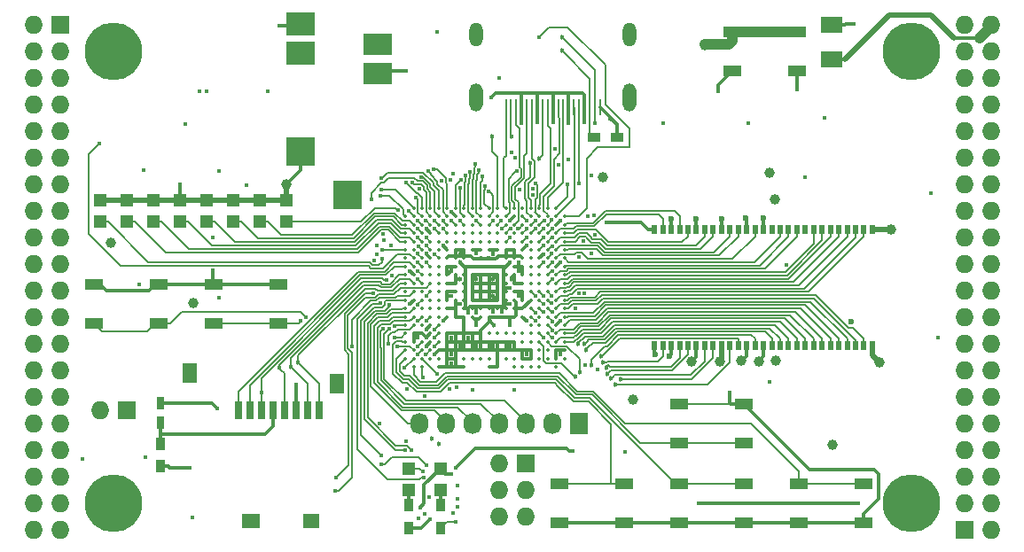
<source format=gtl>
G04 #@! TF.FileFunction,Copper,L1,Top,Signal*
%FSLAX46Y46*%
G04 Gerber Fmt 4.6, Leading zero omitted, Abs format (unit mm)*
G04 Created by KiCad (PCBNEW 4.0.5+dfsg1-4) date Thu May 18 22:57:46 2017*
%MOMM*%
%LPD*%
G01*
G04 APERTURE LIST*
%ADD10C,0.100000*%
%ADD11C,0.350000*%
%ADD12R,2.032000X1.524000*%
%ADD13R,0.700000X1.800000*%
%ADD14R,1.600000X1.400000*%
%ADD15R,1.800000X1.400000*%
%ADD16R,1.400000X1.900000*%
%ADD17R,1.800000X1.100000*%
%ADD18R,1.198880X1.198880*%
%ADD19R,2.800000X2.200000*%
%ADD20R,2.800000X2.800000*%
%ADD21R,2.800000X2.000000*%
%ADD22R,0.560000X0.900000*%
%ADD23O,1.300000X2.700000*%
%ADD24O,1.300000X2.300000*%
%ADD25R,0.250000X1.600000*%
%ADD26R,1.727200X1.727200*%
%ADD27O,1.727200X1.727200*%
%ADD28C,5.500000*%
%ADD29R,1.200000X0.900000*%
%ADD30R,1.727200X2.032000*%
%ADD31O,1.727200X2.032000*%
%ADD32R,0.900000X1.200000*%
%ADD33R,0.750000X1.200000*%
%ADD34C,0.400000*%
%ADD35C,0.600000*%
%ADD36C,1.000000*%
%ADD37C,0.454000*%
%ADD38C,0.300000*%
%ADD39C,0.500000*%
%ADD40C,1.000000*%
%ADD41C,0.190000*%
%ADD42C,0.200000*%
G04 APERTURE END LIST*
D10*
D11*
X131680000Y-80200000D03*
X132480000Y-80200000D03*
X133280000Y-80200000D03*
X134080000Y-80200000D03*
X134880000Y-80200000D03*
X135680000Y-80200000D03*
X136480000Y-80200000D03*
X137280000Y-80200000D03*
X138080000Y-80200000D03*
X138880000Y-80200000D03*
X139680000Y-80200000D03*
X140480000Y-80200000D03*
X141280000Y-80200000D03*
X142080000Y-80200000D03*
X142880000Y-80200000D03*
X143680000Y-80200000D03*
X144480000Y-80200000D03*
X145280000Y-80200000D03*
X130880000Y-81000000D03*
X131680000Y-81000000D03*
X132480000Y-81000000D03*
X133280000Y-81000000D03*
X134080000Y-81000000D03*
X134880000Y-81000000D03*
X135680000Y-81000000D03*
X136480000Y-81000000D03*
X137280000Y-81000000D03*
X138080000Y-81000000D03*
X138880000Y-81000000D03*
X139680000Y-81000000D03*
X140480000Y-81000000D03*
X141280000Y-81000000D03*
X142080000Y-81000000D03*
X142880000Y-81000000D03*
X143680000Y-81000000D03*
X144480000Y-81000000D03*
X145280000Y-81000000D03*
X146080000Y-81000000D03*
X130880000Y-81800000D03*
X131680000Y-81800000D03*
X132480000Y-81800000D03*
X133280000Y-81800000D03*
X134080000Y-81800000D03*
X134880000Y-81800000D03*
X135680000Y-81800000D03*
X136480000Y-81800000D03*
X137280000Y-81800000D03*
X138080000Y-81800000D03*
X138880000Y-81800000D03*
X139680000Y-81800000D03*
X140480000Y-81800000D03*
X141280000Y-81800000D03*
X142080000Y-81800000D03*
X142880000Y-81800000D03*
X143680000Y-81800000D03*
X144480000Y-81800000D03*
X145280000Y-81800000D03*
X146080000Y-81800000D03*
X130880000Y-82600000D03*
X131680000Y-82600000D03*
X132480000Y-82600000D03*
X133280000Y-82600000D03*
X134080000Y-82600000D03*
X134880000Y-82600000D03*
X135680000Y-82600000D03*
X136480000Y-82600000D03*
X137280000Y-82600000D03*
X138080000Y-82600000D03*
X138880000Y-82600000D03*
X139680000Y-82600000D03*
X140480000Y-82600000D03*
X141280000Y-82600000D03*
X142080000Y-82600000D03*
X142880000Y-82600000D03*
X143680000Y-82600000D03*
X144480000Y-82600000D03*
X145280000Y-82600000D03*
X146080000Y-82600000D03*
X130880000Y-83400000D03*
X131680000Y-83400000D03*
X132480000Y-83400000D03*
X133280000Y-83400000D03*
X134080000Y-83400000D03*
X134880000Y-83400000D03*
X135680000Y-83400000D03*
X136480000Y-83400000D03*
X137280000Y-83400000D03*
X138080000Y-83400000D03*
X138880000Y-83400000D03*
X139680000Y-83400000D03*
X140480000Y-83400000D03*
X141280000Y-83400000D03*
X142080000Y-83400000D03*
X142880000Y-83400000D03*
X143680000Y-83400000D03*
X144480000Y-83400000D03*
X145280000Y-83400000D03*
X146080000Y-83400000D03*
X130880000Y-84200000D03*
X131680000Y-84200000D03*
X132480000Y-84200000D03*
X133280000Y-84200000D03*
X134080000Y-84200000D03*
X134880000Y-84200000D03*
X135680000Y-84200000D03*
X136480000Y-84200000D03*
X137280000Y-84200000D03*
X138080000Y-84200000D03*
X138880000Y-84200000D03*
X139680000Y-84200000D03*
X140480000Y-84200000D03*
X141280000Y-84200000D03*
X142080000Y-84200000D03*
X142880000Y-84200000D03*
X143680000Y-84200000D03*
X144480000Y-84200000D03*
X145280000Y-84200000D03*
X146080000Y-84200000D03*
X130880000Y-85000000D03*
X131680000Y-85000000D03*
X132480000Y-85000000D03*
X133280000Y-85000000D03*
X134080000Y-85000000D03*
X134880000Y-85000000D03*
X135680000Y-85000000D03*
X136480000Y-85000000D03*
X137280000Y-85000000D03*
X138080000Y-85000000D03*
X138880000Y-85000000D03*
X139680000Y-85000000D03*
X140480000Y-85000000D03*
X141280000Y-85000000D03*
X142080000Y-85000000D03*
X142880000Y-85000000D03*
X143680000Y-85000000D03*
X144480000Y-85000000D03*
X145280000Y-85000000D03*
X146080000Y-85000000D03*
X130880000Y-85800000D03*
X131680000Y-85800000D03*
X132480000Y-85800000D03*
X133280000Y-85800000D03*
X134080000Y-85800000D03*
X134880000Y-85800000D03*
X135680000Y-85800000D03*
X136480000Y-85800000D03*
X137280000Y-85800000D03*
X138080000Y-85800000D03*
X138880000Y-85800000D03*
X139680000Y-85800000D03*
X140480000Y-85800000D03*
X141280000Y-85800000D03*
X142080000Y-85800000D03*
X142880000Y-85800000D03*
X143680000Y-85800000D03*
X144480000Y-85800000D03*
X145280000Y-85800000D03*
X146080000Y-85800000D03*
X130880000Y-86600000D03*
X131680000Y-86600000D03*
X132480000Y-86600000D03*
X133280000Y-86600000D03*
X134080000Y-86600000D03*
X134880000Y-86600000D03*
X135680000Y-86600000D03*
X136480000Y-86600000D03*
X137280000Y-86600000D03*
X138080000Y-86600000D03*
X138880000Y-86600000D03*
X139680000Y-86600000D03*
X140480000Y-86600000D03*
X141280000Y-86600000D03*
X142080000Y-86600000D03*
X142880000Y-86600000D03*
X143680000Y-86600000D03*
X144480000Y-86600000D03*
X145280000Y-86600000D03*
X146080000Y-86600000D03*
X130880000Y-87400000D03*
X131680000Y-87400000D03*
X132480000Y-87400000D03*
X133280000Y-87400000D03*
X134080000Y-87400000D03*
X134880000Y-87400000D03*
X135680000Y-87400000D03*
X136480000Y-87400000D03*
X137280000Y-87400000D03*
X138080000Y-87400000D03*
X138880000Y-87400000D03*
X139680000Y-87400000D03*
X140480000Y-87400000D03*
X141280000Y-87400000D03*
X142080000Y-87400000D03*
X142880000Y-87400000D03*
X143680000Y-87400000D03*
X144480000Y-87400000D03*
X145280000Y-87400000D03*
X146080000Y-87400000D03*
X130880000Y-88200000D03*
X131680000Y-88200000D03*
X132480000Y-88200000D03*
X133280000Y-88200000D03*
X134080000Y-88200000D03*
X134880000Y-88200000D03*
X135680000Y-88200000D03*
X136480000Y-88200000D03*
X137280000Y-88200000D03*
X138080000Y-88200000D03*
X138880000Y-88200000D03*
X139680000Y-88200000D03*
X140480000Y-88200000D03*
X141280000Y-88200000D03*
X142080000Y-88200000D03*
X142880000Y-88200000D03*
X143680000Y-88200000D03*
X144480000Y-88200000D03*
X145280000Y-88200000D03*
X146080000Y-88200000D03*
X130880000Y-89000000D03*
X131680000Y-89000000D03*
X132480000Y-89000000D03*
X133280000Y-89000000D03*
X134080000Y-89000000D03*
X134880000Y-89000000D03*
X135680000Y-89000000D03*
X136480000Y-89000000D03*
X137280000Y-89000000D03*
X138080000Y-89000000D03*
X138880000Y-89000000D03*
X139680000Y-89000000D03*
X140480000Y-89000000D03*
X141280000Y-89000000D03*
X142080000Y-89000000D03*
X142880000Y-89000000D03*
X143680000Y-89000000D03*
X144480000Y-89000000D03*
X145280000Y-89000000D03*
X146080000Y-89000000D03*
X130880000Y-89800000D03*
X131680000Y-89800000D03*
X132480000Y-89800000D03*
X133280000Y-89800000D03*
X134080000Y-89800000D03*
X134880000Y-89800000D03*
X135680000Y-89800000D03*
X136480000Y-89800000D03*
X137280000Y-89800000D03*
X138080000Y-89800000D03*
X138880000Y-89800000D03*
X139680000Y-89800000D03*
X140480000Y-89800000D03*
X141280000Y-89800000D03*
X142080000Y-89800000D03*
X142880000Y-89800000D03*
X143680000Y-89800000D03*
X144480000Y-89800000D03*
X145280000Y-89800000D03*
X146080000Y-89800000D03*
X130880000Y-90600000D03*
X131680000Y-90600000D03*
X132480000Y-90600000D03*
X133280000Y-90600000D03*
X134080000Y-90600000D03*
X134880000Y-90600000D03*
X135680000Y-90600000D03*
X136480000Y-90600000D03*
X137280000Y-90600000D03*
X138080000Y-90600000D03*
X138880000Y-90600000D03*
X139680000Y-90600000D03*
X140480000Y-90600000D03*
X141280000Y-90600000D03*
X142080000Y-90600000D03*
X142880000Y-90600000D03*
X143680000Y-90600000D03*
X144480000Y-90600000D03*
X145280000Y-90600000D03*
X146080000Y-90600000D03*
X130880000Y-91400000D03*
X131680000Y-91400000D03*
X132480000Y-91400000D03*
X133280000Y-91400000D03*
X134080000Y-91400000D03*
X142880000Y-91400000D03*
X143680000Y-91400000D03*
X144480000Y-91400000D03*
X145280000Y-91400000D03*
X146080000Y-91400000D03*
X130880000Y-92200000D03*
X131680000Y-92200000D03*
X132480000Y-92200000D03*
X133280000Y-92200000D03*
X134080000Y-92200000D03*
X134880000Y-92200000D03*
X135680000Y-92200000D03*
X136480000Y-92200000D03*
X137280000Y-92200000D03*
X138080000Y-92200000D03*
X138880000Y-92200000D03*
X139680000Y-92200000D03*
X140480000Y-92200000D03*
X141280000Y-92200000D03*
X142080000Y-92200000D03*
X142880000Y-92200000D03*
X143680000Y-92200000D03*
X144480000Y-92200000D03*
X145280000Y-92200000D03*
X146080000Y-92200000D03*
X130880000Y-93000000D03*
X131680000Y-93000000D03*
X132480000Y-93000000D03*
X133280000Y-93000000D03*
X134080000Y-93000000D03*
X134880000Y-93000000D03*
X135680000Y-93000000D03*
X136480000Y-93000000D03*
X137280000Y-93000000D03*
X138080000Y-93000000D03*
X138880000Y-93000000D03*
X139680000Y-93000000D03*
X140480000Y-93000000D03*
X141280000Y-93000000D03*
X142080000Y-93000000D03*
X142880000Y-93000000D03*
X143680000Y-93000000D03*
X144480000Y-93000000D03*
X145280000Y-93000000D03*
X146080000Y-93000000D03*
X130880000Y-93800000D03*
X131680000Y-93800000D03*
X132480000Y-93800000D03*
X133280000Y-93800000D03*
X134080000Y-93800000D03*
X134880000Y-93800000D03*
X135680000Y-93800000D03*
X136480000Y-93800000D03*
X137280000Y-93800000D03*
X138080000Y-93800000D03*
X138880000Y-93800000D03*
X139680000Y-93800000D03*
X140480000Y-93800000D03*
X141280000Y-93800000D03*
X142080000Y-93800000D03*
X142880000Y-93800000D03*
X143680000Y-93800000D03*
X144480000Y-93800000D03*
X145280000Y-93800000D03*
X146080000Y-93800000D03*
X130880000Y-94600000D03*
X131680000Y-94600000D03*
X132480000Y-94600000D03*
X133280000Y-94600000D03*
X134080000Y-94600000D03*
X134880000Y-94600000D03*
X135680000Y-94600000D03*
X136480000Y-94600000D03*
X137280000Y-94600000D03*
X138080000Y-94600000D03*
X138880000Y-94600000D03*
X139680000Y-94600000D03*
X140480000Y-94600000D03*
X141280000Y-94600000D03*
X142080000Y-94600000D03*
X142880000Y-94600000D03*
X143680000Y-94600000D03*
X144480000Y-94600000D03*
X145280000Y-94600000D03*
X146080000Y-94600000D03*
X131680000Y-95400000D03*
X132480000Y-95400000D03*
X134080000Y-95400000D03*
X134880000Y-95400000D03*
X135680000Y-95400000D03*
X136480000Y-95400000D03*
X138880000Y-95400000D03*
X139680000Y-95400000D03*
X141280000Y-95400000D03*
X142080000Y-95400000D03*
X142880000Y-95400000D03*
X143680000Y-95400000D03*
X145280000Y-95400000D03*
D12*
X171570000Y-65992000D03*
X171570000Y-62690000D03*
D13*
X114930000Y-99520000D03*
X116030000Y-99520000D03*
X117130000Y-99520000D03*
X118230000Y-99520000D03*
X119330000Y-99520000D03*
X120430000Y-99520000D03*
X121530000Y-99520000D03*
X122630000Y-99520000D03*
D14*
X121920000Y-110120000D03*
D15*
X116120000Y-110120000D03*
D16*
X124320000Y-96970000D03*
X110270000Y-95970000D03*
D17*
X101160000Y-87510000D03*
X107360000Y-87510000D03*
X101160000Y-91210000D03*
X107360000Y-91210000D03*
X112590000Y-87510000D03*
X118790000Y-87510000D03*
X112590000Y-91210000D03*
X118790000Y-91210000D03*
X157040000Y-98940000D03*
X163240000Y-98940000D03*
X157040000Y-102640000D03*
X163240000Y-102640000D03*
X163240000Y-110260000D03*
X157040000Y-110260000D03*
X163240000Y-106560000D03*
X157040000Y-106560000D03*
X151810000Y-110260000D03*
X145610000Y-110260000D03*
X151810000Y-106560000D03*
X145610000Y-106560000D03*
X174670000Y-110260000D03*
X168470000Y-110260000D03*
X174670000Y-106560000D03*
X168470000Y-106560000D03*
D18*
X119500000Y-81519020D03*
X119500000Y-79420980D03*
X116960000Y-81519020D03*
X116960000Y-79420980D03*
X114420000Y-81519020D03*
X114420000Y-79420980D03*
X111880000Y-81519020D03*
X111880000Y-79420980D03*
X109340000Y-81519020D03*
X109340000Y-79420980D03*
X106800000Y-81519020D03*
X106800000Y-79420980D03*
X104260000Y-81519020D03*
X104260000Y-79420980D03*
X101720000Y-81519020D03*
X101720000Y-79420980D03*
D19*
X120880000Y-62640000D03*
X120880000Y-65440000D03*
D20*
X120880000Y-74840000D03*
X125330000Y-78940000D03*
D21*
X128280000Y-67340000D03*
X128280000Y-64540000D03*
D22*
X175480000Y-82270000D03*
X154680000Y-93330000D03*
X155480000Y-93330000D03*
X156280000Y-93330000D03*
X157080000Y-93330000D03*
X157880000Y-93330000D03*
X158680000Y-93330000D03*
X159480000Y-93330000D03*
X160280000Y-93330000D03*
X161080000Y-93330000D03*
X161880000Y-93330000D03*
X162680000Y-93330000D03*
X163480000Y-93330000D03*
X164280000Y-93330000D03*
X165080000Y-93330000D03*
X165880000Y-93330000D03*
X166680000Y-93330000D03*
X167480000Y-93330000D03*
X168280000Y-93330000D03*
X169080000Y-93330000D03*
X169880000Y-93330000D03*
X170680000Y-93330000D03*
X171480000Y-93330000D03*
X172280000Y-93330000D03*
X173080000Y-93330000D03*
X173880000Y-93330000D03*
X174680000Y-93330000D03*
X175480000Y-93330000D03*
X174680000Y-82270000D03*
X173880000Y-82270000D03*
X173080000Y-82270000D03*
X172280000Y-82270000D03*
X171480000Y-82270000D03*
X170680000Y-82270000D03*
X169880000Y-82270000D03*
X169080000Y-82270000D03*
X168280000Y-82270000D03*
X167480000Y-82270000D03*
X166680000Y-82270000D03*
X165880000Y-82270000D03*
X165080000Y-82270000D03*
X164280000Y-82270000D03*
X163480000Y-82270000D03*
X162680000Y-82270000D03*
X161880000Y-82270000D03*
X161080000Y-82270000D03*
X160280000Y-82270000D03*
X159480000Y-82270000D03*
X158680000Y-82270000D03*
X157880000Y-82270000D03*
X157080000Y-82270000D03*
X156280000Y-82270000D03*
X155480000Y-82270000D03*
X154680000Y-82270000D03*
D23*
X152280000Y-69650000D03*
X137680000Y-69650000D03*
D24*
X137680000Y-63600000D03*
D25*
X140480000Y-70600000D03*
X140980000Y-70600000D03*
X141480000Y-70600000D03*
X141980000Y-70600000D03*
X142480000Y-70600000D03*
X142980000Y-70600000D03*
X143480000Y-70600000D03*
X143980000Y-70600000D03*
X144480000Y-70600000D03*
X144980000Y-70600000D03*
X145480000Y-70600000D03*
X145980000Y-70600000D03*
X146480000Y-70600000D03*
X146980000Y-70600000D03*
X147480000Y-70600000D03*
X147980000Y-70600000D03*
X148480000Y-70600000D03*
X148980000Y-70600000D03*
X149480000Y-70600000D03*
D24*
X152280000Y-63600000D03*
D26*
X97910000Y-62690000D03*
D27*
X95370000Y-62690000D03*
X97910000Y-65230000D03*
X95370000Y-65230000D03*
X97910000Y-67770000D03*
X95370000Y-67770000D03*
X97910000Y-70310000D03*
X95370000Y-70310000D03*
X97910000Y-72850000D03*
X95370000Y-72850000D03*
X97910000Y-75390000D03*
X95370000Y-75390000D03*
X97910000Y-77930000D03*
X95370000Y-77930000D03*
X97910000Y-80470000D03*
X95370000Y-80470000D03*
X97910000Y-83010000D03*
X95370000Y-83010000D03*
X97910000Y-85550000D03*
X95370000Y-85550000D03*
X97910000Y-88090000D03*
X95370000Y-88090000D03*
X97910000Y-90630000D03*
X95370000Y-90630000D03*
X97910000Y-93170000D03*
X95370000Y-93170000D03*
X97910000Y-95710000D03*
X95370000Y-95710000D03*
X97910000Y-98250000D03*
X95370000Y-98250000D03*
X97910000Y-100790000D03*
X95370000Y-100790000D03*
X97910000Y-103330000D03*
X95370000Y-103330000D03*
X97910000Y-105870000D03*
X95370000Y-105870000D03*
X97910000Y-108410000D03*
X95370000Y-108410000D03*
X97910000Y-110950000D03*
X95370000Y-110950000D03*
D26*
X184270000Y-110950000D03*
D27*
X186810000Y-110950000D03*
X184270000Y-108410000D03*
X186810000Y-108410000D03*
X184270000Y-105870000D03*
X186810000Y-105870000D03*
X184270000Y-103330000D03*
X186810000Y-103330000D03*
X184270000Y-100790000D03*
X186810000Y-100790000D03*
X184270000Y-98250000D03*
X186810000Y-98250000D03*
X184270000Y-95710000D03*
X186810000Y-95710000D03*
X184270000Y-93170000D03*
X186810000Y-93170000D03*
X184270000Y-90630000D03*
X186810000Y-90630000D03*
X184270000Y-88090000D03*
X186810000Y-88090000D03*
X184270000Y-85550000D03*
X186810000Y-85550000D03*
X184270000Y-83010000D03*
X186810000Y-83010000D03*
X184270000Y-80470000D03*
X186810000Y-80470000D03*
X184270000Y-77930000D03*
X186810000Y-77930000D03*
X184270000Y-75390000D03*
X186810000Y-75390000D03*
X184270000Y-72850000D03*
X186810000Y-72850000D03*
X184270000Y-70310000D03*
X186810000Y-70310000D03*
X184270000Y-67770000D03*
X186810000Y-67770000D03*
X184270000Y-65230000D03*
X186810000Y-65230000D03*
X184270000Y-62690000D03*
X186810000Y-62690000D03*
D28*
X102990000Y-108410000D03*
X179190000Y-108410000D03*
X179190000Y-65230000D03*
X102990000Y-65230000D03*
D17*
X168320000Y-67080000D03*
X162120000Y-67080000D03*
X168320000Y-63380000D03*
X162120000Y-63380000D03*
D29*
X151080000Y-73485000D03*
X148880000Y-73485000D03*
D26*
X104260000Y-99520000D03*
D27*
X101720000Y-99520000D03*
D30*
X147440000Y-100790000D03*
D31*
X144900000Y-100790000D03*
X142360000Y-100790000D03*
X139820000Y-100790000D03*
X137280000Y-100790000D03*
X134740000Y-100790000D03*
X132200000Y-100790000D03*
D18*
X131184000Y-105074980D03*
X131184000Y-107173020D03*
X134232000Y-107173020D03*
X134232000Y-105074980D03*
D32*
X131184000Y-108580000D03*
X131184000Y-110780000D03*
X134232000Y-110780000D03*
X134232000Y-108580000D03*
D33*
X107480000Y-100750000D03*
X107480000Y-98850000D03*
D32*
X107480000Y-102700000D03*
X107480000Y-104900000D03*
D26*
X142360000Y-104600000D03*
D27*
X139820000Y-104600000D03*
X142360000Y-107140000D03*
X139820000Y-107140000D03*
X142360000Y-109680000D03*
X139820000Y-109680000D03*
D34*
X133216000Y-109934000D03*
D35*
X161067993Y-81216119D03*
X165056614Y-81112829D03*
D36*
X177293185Y-82218075D03*
X158233687Y-94852616D03*
X162992748Y-94820185D03*
D34*
X147987361Y-72048054D03*
X146472205Y-72119437D03*
X144995724Y-72043543D03*
X143485784Y-72030166D03*
X141993027Y-72056172D03*
X105925750Y-76600000D03*
D35*
X156280000Y-81210838D03*
D34*
X167276175Y-85638646D03*
X112935911Y-99344089D03*
X131254529Y-86251357D03*
D36*
X159480000Y-64600000D03*
D34*
X140880000Y-81400000D03*
D36*
X119500000Y-77930000D03*
D34*
X136085174Y-89394826D03*
X109340000Y-77930000D03*
X145680000Y-91000000D03*
X135280000Y-80600000D03*
X145680000Y-81400000D03*
X139080000Y-69600000D03*
X120430000Y-97050000D03*
X150080000Y-81600000D03*
X131280000Y-89400000D03*
X133690245Y-94180159D03*
D37*
X139312644Y-91359700D03*
D34*
X140874194Y-91433353D03*
X145680000Y-85422010D03*
X132880424Y-84565132D03*
X144080000Y-84600000D03*
X145680000Y-94200000D03*
X135280000Y-95000000D03*
X135280000Y-94200000D03*
X142480000Y-94200000D03*
X140880000Y-93400000D03*
X139280000Y-93400000D03*
X137680000Y-93400000D03*
X136080000Y-93400000D03*
X136880000Y-92600000D03*
X135280000Y-92600000D03*
X132880000Y-91800000D03*
X132880000Y-93400000D03*
X132880000Y-82200000D03*
D37*
X141042859Y-86994997D03*
X139280000Y-87000000D03*
X136110990Y-86995403D03*
X139280000Y-88600000D03*
X137680000Y-87000000D03*
X136080000Y-84600000D03*
D34*
X133157010Y-107839890D03*
D36*
X166193920Y-79388894D03*
X165656988Y-76826063D03*
X102731849Y-83486234D03*
X171691460Y-102804953D03*
D34*
X150457224Y-71672365D03*
X173680000Y-62600000D03*
D36*
X166280000Y-94800000D03*
D35*
X163422030Y-81120665D03*
X173423383Y-91076878D03*
D36*
X176134461Y-94945539D03*
D35*
X154726292Y-94171363D03*
X156077107Y-94380779D03*
D36*
X160908408Y-94850523D03*
D35*
X158680000Y-81210838D03*
D34*
X170935000Y-71580000D03*
X113118284Y-76646896D03*
X181730000Y-92550000D03*
X109880000Y-72200000D03*
X112515000Y-83010000D03*
X165680000Y-96800000D03*
X133880000Y-63400000D03*
X148639876Y-77124934D03*
X181065000Y-78785000D03*
X128441330Y-100795881D03*
X110529662Y-109760338D03*
X110280000Y-105000000D03*
X100080000Y-104200000D03*
X115690000Y-78010000D03*
X113080000Y-88800000D03*
X139820000Y-67770000D03*
D36*
X164653770Y-94825547D03*
X149710735Y-77289735D03*
D34*
X137665894Y-91402446D03*
X135273306Y-88618602D03*
X139272517Y-84611349D03*
X137680556Y-84534085D03*
X141680000Y-86200000D03*
X135280000Y-86200000D03*
X132880000Y-92600000D03*
X132080000Y-92600000D03*
X141680000Y-88600000D03*
X141680000Y-85400000D03*
D36*
X152621047Y-98519969D03*
D34*
X136885174Y-90194826D03*
X140094890Y-90122990D03*
X139280000Y-90122990D03*
X140880000Y-89400000D03*
X137680000Y-90172990D03*
X140880000Y-87800000D03*
X140880000Y-85400000D03*
D37*
X136080000Y-85400000D03*
D34*
X129842442Y-91487871D03*
X121408624Y-90632457D03*
X129838418Y-92539772D03*
X120880000Y-91000000D03*
D36*
X110617371Y-89287199D03*
D34*
X142480000Y-91000000D03*
X142480000Y-83800000D03*
X134480000Y-83800000D03*
X134480000Y-91000000D03*
X105462439Y-87482966D03*
X155480000Y-72078965D03*
X117749531Y-69040000D03*
X174110000Y-108410000D03*
X158870000Y-108410000D03*
X135884156Y-106696010D03*
X137288700Y-97538741D03*
X133680000Y-91800000D03*
D37*
X134074414Y-102752225D03*
D34*
X135085458Y-97531790D03*
X135855186Y-108022639D03*
D37*
X133449289Y-102232615D03*
D34*
X133680000Y-92600000D03*
X132752670Y-98178920D03*
X128610113Y-104714568D03*
X132918584Y-104800000D03*
X135853254Y-108792386D03*
X133685668Y-93402482D03*
X130914528Y-102469652D03*
X131039363Y-97487286D03*
X135471949Y-109365878D03*
X132846234Y-94197073D03*
X118810854Y-62760893D03*
X130927442Y-67119621D03*
D37*
X145851858Y-65189228D03*
D34*
X148991194Y-72093683D03*
D37*
X145873729Y-63920849D03*
D34*
X143680000Y-63900000D03*
X140035989Y-81400000D03*
X129095296Y-87048250D03*
X132077895Y-86214963D03*
X117121665Y-97817265D03*
X118843798Y-95498222D03*
D37*
X119978162Y-95412951D03*
X120634035Y-94977604D03*
D34*
X168319170Y-68882010D03*
X160775000Y-69040000D03*
X147480000Y-77822010D03*
X146387166Y-77918991D03*
X131453853Y-103296209D03*
D37*
X148653935Y-95239949D03*
D34*
X144885216Y-91021238D03*
D37*
X149619858Y-94378867D03*
D34*
X144885689Y-90132858D03*
D37*
X150895161Y-97104924D03*
D34*
X144890381Y-83866022D03*
D37*
X151426924Y-96584651D03*
D34*
X144894101Y-83022010D03*
D37*
X150518912Y-96497510D03*
D34*
X144901285Y-86268736D03*
D37*
X150197861Y-96013257D03*
D34*
X144888562Y-86993817D03*
D37*
X150072035Y-95446034D03*
D34*
X144877648Y-88622010D03*
D37*
X149779241Y-94944191D03*
D34*
X144869421Y-89288847D03*
D37*
X148110244Y-93760618D03*
D34*
X144882782Y-91877646D03*
D37*
X147402091Y-93209005D03*
D34*
X144080000Y-92600000D03*
D37*
X147982902Y-93193733D03*
D34*
X144882352Y-92577990D03*
X130807074Y-95454141D03*
X130124012Y-93413277D03*
X132080000Y-93400000D03*
X129279152Y-93216670D03*
X133919980Y-96038729D03*
X141280000Y-97600000D03*
X132572818Y-96383863D03*
X135770000Y-97338127D03*
X132080000Y-94200000D03*
X128645750Y-84222251D03*
X106080000Y-104000000D03*
X129334585Y-89482640D03*
X132080000Y-89444020D03*
X130839486Y-103354982D03*
X128602801Y-103872537D03*
X132656192Y-105976192D03*
X128490573Y-89279880D03*
X132880000Y-88600000D03*
X127816438Y-88312067D03*
X124253981Y-105982535D03*
X132080000Y-87000000D03*
X125827283Y-93452662D03*
X124202418Y-107207639D03*
D37*
X139185419Y-73378045D03*
X141029139Y-73391006D03*
X143625670Y-75521246D03*
X142775852Y-75939146D03*
D34*
X132150284Y-109889120D03*
X111880000Y-69040000D03*
X132748035Y-109420684D03*
X111230000Y-69025000D03*
X135158117Y-77502884D03*
X135274882Y-81390604D03*
X134546021Y-81390604D03*
X133091535Y-76687359D03*
X133595078Y-76531839D03*
X128595255Y-77377807D03*
X127643658Y-79355564D03*
X128515897Y-78994176D03*
X128569727Y-78469921D03*
X131565025Y-77790995D03*
X132210454Y-78375833D03*
X132857990Y-81390526D03*
X128759841Y-82710093D03*
X132084821Y-82977990D03*
X128861437Y-83258636D03*
X132886504Y-83777990D03*
X129500613Y-83777990D03*
X132117443Y-83866021D03*
X128148484Y-83767060D03*
X132079996Y-84503337D03*
X128123478Y-84637835D03*
X133671942Y-84595200D03*
X127946860Y-85226552D03*
X132875802Y-85421990D03*
D37*
X147140083Y-96339917D03*
X147534467Y-95913260D03*
D34*
X148074116Y-95229326D03*
X143280000Y-91000000D03*
X149207706Y-95605291D03*
X144082424Y-90132858D03*
X147125926Y-89802879D03*
X144035793Y-89397606D03*
X143281824Y-90201951D03*
X144080517Y-85397219D03*
X147422472Y-84858593D03*
X144886544Y-85385186D03*
X148975652Y-82755341D03*
X144080000Y-83000000D03*
X144885092Y-82177990D03*
X147470668Y-88324835D03*
X144082832Y-88584510D03*
X147997681Y-88324844D03*
X143278026Y-88595030D03*
X148935852Y-80899014D03*
X144076901Y-82186448D03*
X148337768Y-80975785D03*
X144866392Y-81333979D03*
X139280000Y-81400000D03*
X138857381Y-78600803D03*
X138474753Y-78117762D03*
X138223359Y-77164182D03*
X137589337Y-75974186D03*
X137906348Y-76577236D03*
X137680000Y-81400000D03*
X137023753Y-76742518D03*
X136645199Y-77109176D03*
X136170384Y-77530992D03*
X136102010Y-78268593D03*
X135473781Y-76949230D03*
X136080000Y-81400000D03*
X148668800Y-84550385D03*
X144877691Y-84532933D03*
X147894174Y-83335809D03*
X144080000Y-83800000D03*
X143020312Y-78979262D03*
X142473549Y-82998913D03*
X143087229Y-78375187D03*
X142457990Y-82191394D03*
X145494012Y-76055333D03*
X144146021Y-81374784D03*
X143323210Y-77837480D03*
X146456648Y-75528334D03*
X143302010Y-82194992D03*
X143302010Y-81381735D03*
X145172870Y-74577299D03*
X141820108Y-78446944D03*
X141657990Y-82130345D03*
X142457990Y-81382236D03*
X140080000Y-82200000D03*
X141499915Y-76647924D03*
X141046643Y-74873804D03*
X140864029Y-83041403D03*
X140924011Y-82179283D03*
X141329877Y-75415642D03*
X129599528Y-86644074D03*
X132880000Y-83000000D03*
X132080000Y-82177990D03*
X132080000Y-81400000D03*
X131880000Y-79200000D03*
X130919839Y-77742623D03*
X132397609Y-77214811D03*
X133680000Y-82200000D03*
X133702010Y-81400000D03*
X129306502Y-91735782D03*
X132880000Y-91000000D03*
X128743234Y-91729555D03*
X132077648Y-90977990D03*
X130173445Y-80398223D03*
X131180000Y-80500000D03*
X128664038Y-85066262D03*
X132079620Y-85370951D03*
X163632576Y-72096470D03*
X134314106Y-77564232D03*
X134480000Y-82200000D03*
X135680000Y-110200000D03*
X146844288Y-103452739D03*
X132540000Y-105400000D03*
X135680000Y-105037990D03*
X132280000Y-108800000D03*
X135248000Y-105616000D03*
X101680000Y-74000000D03*
X112515000Y-86185000D03*
X161880000Y-97800000D03*
X151896383Y-103510715D03*
X169030000Y-77295000D03*
D38*
X131184000Y-110780000D02*
X132368460Y-110780000D01*
X132368460Y-110780000D02*
X133214460Y-109934000D01*
X133214460Y-109934000D02*
X133216000Y-109934000D01*
X142280000Y-69200000D02*
X141880000Y-69200000D01*
X141980000Y-69300000D02*
X141880000Y-69200000D01*
X141880000Y-69200000D02*
X139480000Y-69200000D01*
X141980000Y-70600000D02*
X141980000Y-69300000D01*
X161080000Y-81228126D02*
X161067993Y-81216119D01*
X161080000Y-82270000D02*
X161080000Y-81228126D01*
X165080000Y-81136215D02*
X165056614Y-81112829D01*
X165080000Y-82270000D02*
X165080000Y-81136215D01*
X177241260Y-82270000D02*
X177293185Y-82218075D01*
D39*
X175480000Y-82270000D02*
X177241260Y-82270000D01*
D38*
X158680000Y-94406303D02*
X158433686Y-94652617D01*
X158433686Y-94652617D02*
X158233687Y-94852616D01*
X158680000Y-93330000D02*
X158680000Y-94406303D01*
X163192747Y-94620186D02*
X162992748Y-94820185D01*
X163480000Y-94332933D02*
X163192747Y-94620186D01*
X163480000Y-93330000D02*
X163480000Y-94332933D01*
X147980000Y-72040693D02*
X147987361Y-72048054D01*
X147980000Y-70600000D02*
X147980000Y-72040693D01*
X146480000Y-72111642D02*
X146472205Y-72119437D01*
X146480000Y-70600000D02*
X146480000Y-72111642D01*
X144980000Y-72027819D02*
X144995724Y-72043543D01*
X144980000Y-70600000D02*
X144980000Y-72027819D01*
X143480000Y-72024382D02*
X143485784Y-72030166D01*
X143480000Y-70600000D02*
X143480000Y-72024382D01*
X141980000Y-72043145D02*
X141993027Y-72056172D01*
X141980000Y-70600000D02*
X141980000Y-72043145D01*
X156280000Y-82270000D02*
X156280000Y-81210838D01*
X120880000Y-74840000D02*
X120880000Y-76550000D01*
X120880000Y-76550000D02*
X119500000Y-77930000D01*
X112735912Y-99144090D02*
X112935911Y-99344089D01*
X107480000Y-98850000D02*
X112441822Y-98850000D01*
X112441822Y-98850000D02*
X112735912Y-99144090D01*
X131331357Y-86251357D02*
X131254529Y-86251357D01*
X131680000Y-86600000D02*
X131331357Y-86251357D01*
D40*
X168320000Y-63380000D02*
X162120000Y-63380000D01*
X162120000Y-63380000D02*
X162120000Y-64230000D01*
X162120000Y-64230000D02*
X161755000Y-64595000D01*
X161755000Y-64595000D02*
X159485000Y-64595000D01*
D38*
X159485000Y-64595000D02*
X159480000Y-64600000D01*
X141280000Y-81000000D02*
X140880000Y-81400000D01*
D39*
X119500000Y-79420980D02*
X119500000Y-77930000D01*
D38*
X135685174Y-89394826D02*
X135802332Y-89394826D01*
X135680000Y-89400000D02*
X135685174Y-89394826D01*
X135802332Y-89394826D02*
X136085174Y-89394826D01*
X109340000Y-79420980D02*
X109340000Y-77930000D01*
X145454999Y-91225001D02*
X145680000Y-91000000D01*
X145280000Y-91400000D02*
X145454999Y-91225001D01*
X135680000Y-81000000D02*
X135280000Y-80600000D01*
X135054999Y-84825001D02*
X137080000Y-84825001D01*
X137280000Y-85000000D02*
X137105001Y-84825001D01*
X137105001Y-84825001D02*
X137080000Y-84825001D01*
X138280000Y-85088351D02*
X137368351Y-85088351D01*
X137368351Y-85088351D02*
X137280000Y-85000000D01*
X139680000Y-86600000D02*
X139280000Y-87000000D01*
X139680000Y-88200000D02*
X139680000Y-89000000D01*
X139680000Y-87400000D02*
X139680000Y-88200000D01*
X139680000Y-86600000D02*
X139680000Y-87400000D01*
X137280000Y-88200000D02*
X137280000Y-89000000D01*
X137280000Y-87400000D02*
X137280000Y-88200000D01*
X137280000Y-86600000D02*
X137280000Y-87400000D01*
X138880000Y-87400000D02*
X138880000Y-88200000D01*
X138880000Y-86600000D02*
X138880000Y-87400000D01*
X138080000Y-87400000D02*
X138080000Y-86600000D01*
X138080000Y-88200000D02*
X138080000Y-87400000D01*
X138080000Y-89000000D02*
X138080000Y-88200000D01*
X138080000Y-88200000D02*
X138880000Y-88200000D01*
X138080000Y-87400000D02*
X138880000Y-87400000D01*
X137280000Y-87400000D02*
X138080000Y-87400000D01*
X145454999Y-81625001D02*
X145680000Y-81400000D01*
X145280000Y-81800000D02*
X145454999Y-81625001D01*
X139480000Y-69200000D02*
X139080000Y-69600000D01*
X120430000Y-99520000D02*
X120430000Y-97050000D01*
X153430000Y-81600000D02*
X150080000Y-81600000D01*
X154680000Y-82270000D02*
X154100000Y-82270000D01*
X154100000Y-82270000D02*
X153430000Y-81600000D01*
X141480000Y-89800000D02*
X141480000Y-89200000D01*
X141480000Y-89200000D02*
X141280000Y-89000000D01*
X141280000Y-89800000D02*
X141480000Y-89800000D01*
X141480000Y-89800000D02*
X142080000Y-89800000D01*
X141454999Y-90425001D02*
X141454999Y-89825001D01*
X141454999Y-89825001D02*
X141480000Y-89800000D01*
X131680000Y-89000000D02*
X131280000Y-89400000D01*
X133699841Y-94180159D02*
X133690245Y-94180159D01*
X134080000Y-93800000D02*
X133699841Y-94180159D01*
X139085645Y-91132701D02*
X139312644Y-91359700D01*
X138880000Y-90927056D02*
X139085645Y-91132701D01*
X138880000Y-90600000D02*
X138880000Y-90927056D01*
X140874194Y-90605806D02*
X140874194Y-91150511D01*
X140880000Y-90600000D02*
X140874194Y-90605806D01*
X140874194Y-91150511D02*
X140874194Y-91433353D01*
X140480000Y-90600000D02*
X140880000Y-90600000D01*
X140880000Y-90600000D02*
X141280000Y-90600000D01*
X139680000Y-90600000D02*
X140480000Y-90600000D01*
X138880000Y-90600000D02*
X139680000Y-90600000D01*
X145280000Y-85800000D02*
X145657990Y-85422010D01*
X145657990Y-85422010D02*
X145680000Y-85422010D01*
X133280000Y-85000000D02*
X132880424Y-84600424D01*
X132880424Y-84600424D02*
X132880424Y-84565132D01*
X141280000Y-85000000D02*
X141280000Y-84800000D01*
X141280000Y-84200000D02*
X141280000Y-85000000D01*
X140480000Y-84200000D02*
X141280000Y-84200000D01*
X141280000Y-84800000D02*
X141280000Y-84200000D01*
X141905001Y-84825001D02*
X141305001Y-84825001D01*
X141305001Y-84825001D02*
X141280000Y-84800000D01*
X140480000Y-85000000D02*
X140480000Y-84200000D01*
X139680000Y-85000000D02*
X139680000Y-84898347D01*
X139680000Y-84898347D02*
X139753346Y-84825001D01*
X138280000Y-85088351D02*
X138680000Y-85088351D01*
X138280000Y-85088351D02*
X139489996Y-85088351D01*
X138080000Y-85000000D02*
X138191649Y-85000000D01*
X138191649Y-85000000D02*
X138280000Y-85088351D01*
X138880000Y-85000000D02*
X138768351Y-85000000D01*
X138768351Y-85000000D02*
X138680000Y-85088351D01*
X135680000Y-84200000D02*
X135680000Y-84800000D01*
X135680000Y-84800000D02*
X135680000Y-85000000D01*
X135054999Y-84825001D02*
X135654999Y-84825001D01*
X135654999Y-84825001D02*
X135680000Y-84800000D01*
X136480000Y-85000000D02*
X136480000Y-84200000D01*
X134880000Y-85000000D02*
X135054999Y-84825001D01*
X138880000Y-87400000D02*
X139680000Y-87400000D01*
X138880000Y-88200000D02*
X138880000Y-89000000D01*
X138880000Y-88200000D02*
X139680000Y-88200000D01*
X137280000Y-88200000D02*
X138080000Y-88200000D01*
X141280000Y-90600000D02*
X141454999Y-90425001D01*
X142280000Y-69200000D02*
X143480000Y-69200000D01*
X143480000Y-69200000D02*
X144980000Y-69200000D01*
X143480000Y-70600000D02*
X143480000Y-69200000D01*
X144980000Y-69200000D02*
X146480000Y-69200000D01*
X144980000Y-70600000D02*
X144980000Y-69200000D01*
X146480000Y-69200000D02*
X147780000Y-69200000D01*
X146480000Y-70600000D02*
X146480000Y-69200000D01*
X147980000Y-69400000D02*
X147980000Y-70600000D01*
X147780000Y-69200000D02*
X147980000Y-69400000D01*
D39*
X116960000Y-79420980D02*
X119500000Y-79420980D01*
X114420000Y-79420980D02*
X116960000Y-79420980D01*
X111880000Y-79420980D02*
X114420000Y-79420980D01*
X109340000Y-79420980D02*
X111880000Y-79420980D01*
X106800000Y-79420980D02*
X109340000Y-79420980D01*
X104260000Y-79420980D02*
X106800000Y-79420980D01*
X101720000Y-79420980D02*
X104260000Y-79420980D01*
D38*
X143680000Y-85000000D02*
X144080000Y-84600000D01*
X142080000Y-89800000D02*
X142880000Y-89000000D01*
X145680000Y-93800000D02*
X145280000Y-93800000D01*
X146080000Y-93800000D02*
X145680000Y-93800000D01*
X145680000Y-93800000D02*
X145680000Y-94200000D01*
X135680000Y-89400000D02*
X135680000Y-89800000D01*
X135680000Y-89000000D02*
X135680000Y-89400000D01*
X135280000Y-95400000D02*
X135680000Y-95400000D01*
X134880000Y-95400000D02*
X135280000Y-95400000D01*
X135280000Y-95400000D02*
X135280000Y-95000000D01*
X135280000Y-93800000D02*
X135680000Y-93800000D01*
X134880000Y-93800000D02*
X135280000Y-93800000D01*
X135280000Y-93800000D02*
X135280000Y-94200000D01*
X142480000Y-93800000D02*
X142080000Y-93800000D01*
X142880000Y-93800000D02*
X142480000Y-93800000D01*
X142480000Y-93800000D02*
X142480000Y-94200000D01*
X140880000Y-93000000D02*
X141280000Y-93000000D01*
X140480000Y-93000000D02*
X140880000Y-93000000D01*
X140880000Y-93000000D02*
X140880000Y-93400000D01*
X139280000Y-93000000D02*
X138880000Y-93000000D01*
X139680000Y-93000000D02*
X139280000Y-93000000D01*
X139280000Y-93000000D02*
X139280000Y-93400000D01*
X137680000Y-93000000D02*
X137280000Y-93000000D01*
X137680000Y-93000000D02*
X137680000Y-93400000D01*
X138080000Y-93000000D02*
X137680000Y-93000000D01*
X136080000Y-93000000D02*
X135680000Y-93000000D01*
X136480000Y-93000000D02*
X136080000Y-93000000D01*
X136080000Y-93000000D02*
X136080000Y-93400000D01*
X136880000Y-93000000D02*
X136480000Y-93000000D01*
X137280000Y-93000000D02*
X136880000Y-93000000D01*
X136880000Y-93000000D02*
X136880000Y-92600000D01*
X135280000Y-93000000D02*
X135680000Y-93000000D01*
X134880000Y-93000000D02*
X135280000Y-93000000D01*
X135280000Y-93000000D02*
X135280000Y-92600000D01*
X133280000Y-91400000D02*
X132880000Y-91800000D01*
X133280000Y-93000000D02*
X132880000Y-93400000D01*
X133280000Y-82600000D02*
X132880000Y-82200000D01*
X139753346Y-84825001D02*
X141905001Y-84825001D01*
X139489996Y-85088351D02*
X139753346Y-84825001D01*
X141905001Y-84825001D02*
X142080000Y-85000000D01*
X141042859Y-86837141D02*
X141042859Y-86994997D01*
X141280000Y-86600000D02*
X141042859Y-86837141D01*
X135684597Y-86995403D02*
X135789964Y-86995403D01*
X135680000Y-87000000D02*
X135684597Y-86995403D01*
X135789964Y-86995403D02*
X136110990Y-86995403D01*
X135680000Y-87000000D02*
X135680000Y-86600000D01*
X135680000Y-87400000D02*
X135680000Y-87000000D01*
X138880000Y-90600000D02*
X138880000Y-91091880D01*
X138880000Y-91091880D02*
X138080000Y-91891880D01*
X138080000Y-91891880D02*
X138080000Y-92200000D01*
X136480000Y-90600000D02*
X136480000Y-92200000D01*
X139680000Y-89000000D02*
X139280000Y-88600000D01*
X137280000Y-86600000D02*
X137680000Y-87000000D01*
X136480000Y-84200000D02*
X136080000Y-84600000D01*
X141280000Y-86600000D02*
X141280000Y-87400000D01*
X142080000Y-87400000D02*
X141280000Y-87400000D01*
X135680000Y-84200000D02*
X136480000Y-84200000D01*
X134880000Y-87400000D02*
X135680000Y-87400000D01*
X138880000Y-86600000D02*
X139680000Y-86600000D01*
X138080000Y-86600000D02*
X138880000Y-86600000D01*
X137280000Y-86600000D02*
X138080000Y-86600000D01*
X138880000Y-89000000D02*
X139680000Y-89000000D01*
X138080000Y-89000000D02*
X138880000Y-89000000D01*
X137280000Y-89000000D02*
X138080000Y-89000000D01*
X135680000Y-89800000D02*
X134880000Y-89800000D01*
X135680000Y-90600000D02*
X135680000Y-89800000D01*
X135680000Y-90600000D02*
X136480000Y-90600000D01*
X140480000Y-93000000D02*
X139680000Y-93000000D01*
X139680000Y-93800000D02*
X140480000Y-93800000D01*
X139680000Y-93800000D02*
X139680000Y-94600000D01*
X139680000Y-95400000D02*
X139680000Y-94600000D01*
X138880000Y-95400000D02*
X139680000Y-95400000D01*
X135680000Y-95400000D02*
X136480000Y-95400000D01*
X135680000Y-95400000D02*
X135680000Y-94600000D01*
X134880000Y-95400000D02*
X134080000Y-95400000D01*
X134880000Y-94600000D02*
X134880000Y-95400000D01*
X134080000Y-93800000D02*
X134880000Y-93800000D01*
X134880000Y-94600000D02*
X134880000Y-93800000D01*
X135680000Y-94600000D02*
X134880000Y-94600000D01*
X135680000Y-93800000D02*
X135680000Y-94600000D01*
X134880000Y-93000000D02*
X134880000Y-93800000D01*
X134880000Y-92200000D02*
X134880000Y-93000000D01*
X135680000Y-92200000D02*
X134880000Y-92200000D01*
X135680000Y-93800000D02*
X136480000Y-93800000D01*
X135680000Y-93000000D02*
X135680000Y-93800000D01*
X135680000Y-92200000D02*
X135680000Y-93000000D01*
X135680000Y-92200000D02*
X136480000Y-92200000D01*
X136480000Y-92200000D02*
X137280000Y-92200000D01*
X137280000Y-93800000D02*
X137280000Y-93000000D01*
X136480000Y-93800000D02*
X137280000Y-93800000D01*
X136480000Y-93000000D02*
X136480000Y-93800000D01*
X136480000Y-92200000D02*
X136480000Y-93000000D01*
X137280000Y-92200000D02*
X138080000Y-92200000D01*
X137280000Y-93800000D02*
X138080000Y-93800000D01*
X137280000Y-92200000D02*
X137280000Y-93000000D01*
X138080000Y-92200000D02*
X138080000Y-93000000D01*
X138080000Y-93000000D02*
X138880000Y-93000000D01*
X138080000Y-93800000D02*
X138080000Y-93000000D01*
X138880000Y-93800000D02*
X138080000Y-93800000D01*
X138880000Y-93000000D02*
X138880000Y-93800000D01*
X139680000Y-93800000D02*
X139680000Y-93000000D01*
X138880000Y-93800000D02*
X139680000Y-93800000D01*
X140480000Y-93000000D02*
X140480000Y-93800000D01*
X141280000Y-93000000D02*
X141280000Y-93800000D01*
X141280000Y-93800000D02*
X142080000Y-93800000D01*
X140480000Y-93800000D02*
X141280000Y-93800000D01*
X142080000Y-94600000D02*
X142880000Y-94600000D01*
X142080000Y-93800000D02*
X142080000Y-94600000D01*
X142880000Y-94600000D02*
X142880000Y-93800000D01*
X145280000Y-93800000D02*
X145280000Y-94600000D01*
X150657223Y-71872364D02*
X150457224Y-71672365D01*
X151080000Y-72295141D02*
X150657223Y-71872364D01*
X151080000Y-72735000D02*
X151080000Y-72295141D01*
X151080000Y-73485000D02*
X151080000Y-72735000D01*
X151080000Y-72200000D02*
X151080000Y-72735000D01*
X149480000Y-70600000D02*
X151080000Y-72200000D01*
X172976000Y-62600000D02*
X173680000Y-62600000D01*
X171570000Y-62690000D02*
X172886000Y-62690000D01*
X172886000Y-62690000D02*
X172976000Y-62600000D01*
X171570000Y-65992000D02*
X172886000Y-65992000D01*
X183245038Y-63965038D02*
X185722827Y-63965038D01*
D39*
X172886000Y-65992000D02*
X177078000Y-61800000D01*
D38*
X186810000Y-62877865D02*
X186810000Y-62690000D01*
D39*
X177078000Y-61800000D02*
X181080000Y-61800000D01*
X181080000Y-61800000D02*
X183245038Y-63965038D01*
D40*
X185722827Y-63965038D02*
X186810000Y-62877865D01*
D38*
X163480000Y-81178635D02*
X163422030Y-81120665D01*
X163480000Y-82270000D02*
X163480000Y-81178635D01*
D39*
X175480000Y-94291078D02*
X175634462Y-94445540D01*
X175480000Y-93330000D02*
X175480000Y-94291078D01*
X175634462Y-94445540D02*
X176134461Y-94945539D01*
D38*
X154680000Y-93330000D02*
X154680000Y-94125071D01*
X154680000Y-94125071D02*
X154726292Y-94171363D01*
X156280000Y-94177886D02*
X156077107Y-94380779D01*
X156280000Y-93330000D02*
X156280000Y-94177886D01*
D39*
X161080000Y-94678931D02*
X160908408Y-94850523D01*
X161080000Y-93330000D02*
X161080000Y-94678931D01*
D38*
X158680000Y-82270000D02*
X158680000Y-81210838D01*
X134880000Y-86600000D02*
X135280000Y-86200000D01*
X135280000Y-85800000D02*
X135280000Y-86200000D01*
X134880000Y-85800000D02*
X134880000Y-86600000D01*
X108330000Y-105000000D02*
X110280000Y-105000000D01*
X107480000Y-104900000D02*
X108230000Y-104900000D01*
X108230000Y-104900000D02*
X108330000Y-105000000D01*
X164853769Y-94625548D02*
X164653770Y-94825547D01*
X165080000Y-94399317D02*
X164853769Y-94625548D01*
X165080000Y-93330000D02*
X165080000Y-94399317D01*
X137665894Y-91119604D02*
X137665894Y-91402446D01*
X137665894Y-90814106D02*
X137665894Y-91119604D01*
X137680000Y-90800000D02*
X137665894Y-90814106D01*
X137680000Y-90800000D02*
X137880000Y-90800000D01*
X137480000Y-90800000D02*
X137680000Y-90800000D01*
X137880000Y-90800000D02*
X138080000Y-90600000D01*
X137280000Y-90600000D02*
X137480000Y-90800000D01*
X132880000Y-92600000D02*
X133280000Y-92200000D01*
X132480000Y-92200000D02*
X132880000Y-92600000D01*
X134990464Y-88618602D02*
X135273306Y-88618602D01*
X134898602Y-88618602D02*
X134990464Y-88618602D01*
X134880000Y-88600000D02*
X134898602Y-88618602D01*
X139272517Y-84328507D02*
X139272517Y-84611349D01*
X139272517Y-84207483D02*
X139272517Y-84328507D01*
X139280000Y-84200000D02*
X139272517Y-84207483D01*
X137680556Y-84200556D02*
X137680556Y-84251243D01*
X137680000Y-84200000D02*
X137680556Y-84200556D01*
X137680556Y-84251243D02*
X137680556Y-84534085D01*
X142080000Y-88600000D02*
X142080000Y-89000000D01*
X142080000Y-88200000D02*
X142080000Y-88600000D01*
X141680000Y-85800000D02*
X141680000Y-86200000D01*
X135280000Y-85800000D02*
X135680000Y-85800000D01*
X134880000Y-85800000D02*
X135280000Y-85800000D01*
X132080000Y-92200000D02*
X132480000Y-92200000D01*
X131680000Y-92200000D02*
X132080000Y-92200000D01*
X132080000Y-92200000D02*
X132080000Y-92600000D01*
X131680000Y-93000000D02*
X131680000Y-92200000D01*
X134880000Y-88600000D02*
X134880000Y-89000000D01*
X134880000Y-88200000D02*
X134880000Y-88600000D01*
X141680000Y-88200000D02*
X142080000Y-88200000D01*
X141280000Y-88200000D02*
X141680000Y-88200000D01*
X141680000Y-88200000D02*
X141680000Y-88600000D01*
X141680000Y-85800000D02*
X142080000Y-85800000D01*
X141280000Y-85800000D02*
X141680000Y-85800000D01*
X141680000Y-85800000D02*
X141680000Y-85400000D01*
X139280000Y-84200000D02*
X139680000Y-84200000D01*
X138880000Y-84200000D02*
X139280000Y-84200000D01*
X137680000Y-84200000D02*
X138080000Y-84200000D01*
X137280000Y-84200000D02*
X137680000Y-84200000D01*
X142080000Y-85800000D02*
X142080000Y-86600000D01*
X134880000Y-88200000D02*
X135680000Y-88200000D01*
X136654999Y-86800000D02*
X136654999Y-87200000D01*
X136654999Y-86600000D02*
X136654999Y-86800000D01*
X136654999Y-86800000D02*
X136654999Y-86774999D01*
X136654999Y-86774999D02*
X136480000Y-86600000D01*
X136654999Y-87200000D02*
X136654999Y-88200000D01*
X136480000Y-87400000D02*
X136654999Y-87225001D01*
X136654999Y-87225001D02*
X136654999Y-87200000D01*
X136885174Y-89911984D02*
X136885174Y-90194826D01*
X136880000Y-89800000D02*
X136885174Y-89805174D01*
X136885174Y-89805174D02*
X136885174Y-89911984D01*
X138080000Y-89625001D02*
X138880000Y-89625001D01*
X138880000Y-89625001D02*
X139280000Y-89625001D01*
X138880000Y-89800000D02*
X138880000Y-89625001D01*
X138080000Y-89800000D02*
X138080000Y-89625001D01*
X137054999Y-89625001D02*
X137280000Y-89625001D01*
X137280000Y-89625001D02*
X137680000Y-89625001D01*
X137280000Y-89800000D02*
X137280000Y-89625001D01*
X137680000Y-89625001D02*
X138080000Y-89625001D01*
X136480000Y-89000000D02*
X136654999Y-89000000D01*
X136654999Y-88200000D02*
X136654999Y-89000000D01*
X136480000Y-88200000D02*
X136654999Y-88200000D01*
X140094890Y-89840148D02*
X140094890Y-90122990D01*
X140094890Y-89639891D02*
X140094890Y-89840148D01*
X140080000Y-89625001D02*
X140094890Y-89639891D01*
X139280000Y-89625001D02*
X139280000Y-90122990D01*
X139280000Y-89625001D02*
X139680000Y-89625001D01*
X139680000Y-89625001D02*
X140080000Y-89625001D01*
X140080000Y-89625001D02*
X140305001Y-89625001D01*
X139680000Y-89800000D02*
X139680000Y-89625001D01*
X140305001Y-89400000D02*
X140305001Y-89000000D01*
X140305001Y-89000000D02*
X140305001Y-88200000D01*
X140480000Y-89000000D02*
X140305001Y-89000000D01*
X140305001Y-88200000D02*
X140305001Y-87800000D01*
X140480000Y-88200000D02*
X140305001Y-88200000D01*
X140305001Y-87800000D02*
X140305001Y-87400000D01*
X140305001Y-87400000D02*
X140305001Y-86600000D01*
X140480000Y-87400000D02*
X140305001Y-87400000D01*
X140305001Y-86600000D02*
X140305001Y-85974999D01*
X140480000Y-86600000D02*
X140305001Y-86600000D01*
X140480000Y-85800000D02*
X139480000Y-85800000D01*
X139480000Y-85800000D02*
X138680000Y-85800000D01*
X139680000Y-85800000D02*
X139480000Y-85800000D01*
X138680000Y-85800000D02*
X137880000Y-85800000D01*
X138880000Y-85800000D02*
X138680000Y-85800000D01*
X137880000Y-85800000D02*
X137080000Y-85800000D01*
X138080000Y-85800000D02*
X137880000Y-85800000D01*
X137080000Y-85800000D02*
X136480000Y-85800000D01*
X137280000Y-85800000D02*
X137080000Y-85800000D01*
X136654999Y-85974999D02*
X136654999Y-86600000D01*
X136654999Y-89000000D02*
X136654999Y-89625001D01*
X140305001Y-89400000D02*
X140880000Y-89400000D01*
X137680000Y-89625001D02*
X137680000Y-90172990D01*
X136880000Y-89800000D02*
X137054999Y-89625001D01*
X140305001Y-89625001D02*
X140480000Y-89800000D01*
X140305001Y-87800000D02*
X140880000Y-87800000D01*
X140305001Y-89625001D02*
X140305001Y-89400000D01*
X140480000Y-85800000D02*
X140880000Y-85400000D01*
X136480000Y-89800000D02*
X136880000Y-89800000D01*
X136480000Y-85800000D02*
X136080000Y-85400000D01*
X140305001Y-85974999D02*
X140480000Y-85800000D01*
X136480000Y-85800000D02*
X136654999Y-85974999D01*
X136654999Y-89625001D02*
X136480000Y-89800000D01*
D41*
X148488968Y-98358968D02*
X147062304Y-98358968D01*
X134101837Y-97439899D02*
X132070901Y-97439899D01*
X147062304Y-98358968D02*
X145302445Y-96599106D01*
X157040000Y-106560000D02*
X156690000Y-106560000D01*
X156690000Y-106560000D02*
X148488968Y-98358968D01*
X145302445Y-96599106D02*
X134942630Y-96599106D01*
X134942630Y-96599106D02*
X134101837Y-97439899D01*
X131207825Y-96576823D02*
X130706357Y-96576823D01*
X132070901Y-97439899D02*
X131207825Y-96576823D01*
X130706357Y-96576823D02*
X130041550Y-95912016D01*
X130041550Y-95912016D02*
X130041550Y-94638450D01*
X130041550Y-94638450D02*
X130880000Y-93800000D01*
X163240000Y-106560000D02*
X157040000Y-106560000D01*
X130880000Y-91400000D02*
X129930313Y-91400000D01*
X129930313Y-91400000D02*
X129842442Y-91487871D01*
X101160000Y-91210000D02*
X101900000Y-91950000D01*
X101900000Y-91950000D02*
X106270000Y-91950000D01*
X106270000Y-91950000D02*
X107010000Y-91210000D01*
X107010000Y-91210000D02*
X107360000Y-91210000D01*
X107360000Y-91210000D02*
X108450000Y-91210000D01*
X108450000Y-91210000D02*
X109570230Y-90089770D01*
X109570230Y-90089770D02*
X120865937Y-90089770D01*
X120865937Y-90089770D02*
X121208625Y-90432458D01*
X121208625Y-90432458D02*
X121408624Y-90632457D01*
X130880000Y-92200000D02*
X130540228Y-92539772D01*
X130121260Y-92539772D02*
X129838418Y-92539772D01*
X130540228Y-92539772D02*
X130121260Y-92539772D01*
X118790000Y-91210000D02*
X120670000Y-91210000D01*
X120670000Y-91210000D02*
X120880000Y-91000000D01*
X112590000Y-91210000D02*
X118790000Y-91210000D01*
X130880000Y-93000000D02*
X130632513Y-93000000D01*
X145610000Y-106560000D02*
X150615000Y-106560000D01*
X150615000Y-106560000D02*
X151810000Y-106560000D01*
X129702002Y-96020789D02*
X130575047Y-96893834D01*
X129702002Y-93226237D02*
X129702002Y-96020789D01*
X148357659Y-98675979D02*
X150540000Y-100858320D01*
X145171135Y-96916117D02*
X145453236Y-97198218D01*
X130632513Y-93000000D02*
X130577883Y-92945370D01*
X150540000Y-100858320D02*
X150540000Y-106485000D01*
X130577883Y-92945370D02*
X129982869Y-92945370D01*
X145453236Y-97198218D02*
X146930994Y-98675979D01*
X131939591Y-97756910D02*
X134233147Y-97756910D01*
X129982869Y-92945370D02*
X129702002Y-93226237D01*
X130575047Y-96893834D02*
X131076515Y-96893834D01*
X131076515Y-96893834D02*
X131939591Y-97756910D01*
X134233147Y-97756910D02*
X135073940Y-96916117D01*
X135073940Y-96916117D02*
X145171135Y-96916117D01*
X146930994Y-98675979D02*
X148357659Y-98675979D01*
X150540000Y-106485000D02*
X150615000Y-106560000D01*
X131680000Y-95400000D02*
X131680000Y-96142798D01*
X132343079Y-96805877D02*
X133839217Y-96805877D01*
X131680000Y-96142798D02*
X132343079Y-96805877D01*
X168470000Y-105348656D02*
X168470000Y-106560000D01*
X133839217Y-96805877D02*
X134680010Y-95965084D01*
X134680010Y-95965084D02*
X145565065Y-95965084D01*
X145565065Y-95965084D02*
X147324924Y-97724946D01*
X147324924Y-97724946D02*
X148824076Y-97724946D01*
X148824076Y-97724946D02*
X151898308Y-100799179D01*
X163920523Y-100799179D02*
X168470000Y-105348656D01*
X151898308Y-100799179D02*
X163920523Y-100799179D01*
X174670000Y-106560000D02*
X168470000Y-106560000D01*
X157040000Y-102640000D02*
X153290809Y-102640000D01*
X163240000Y-102640000D02*
X157040000Y-102640000D01*
X147193614Y-98041957D02*
X147007913Y-97856256D01*
X134811320Y-96282095D02*
X133970527Y-97122888D01*
X130800127Y-96222272D02*
X130358561Y-95780706D01*
X130358561Y-95121439D02*
X130705001Y-94774999D01*
X132202211Y-97122888D02*
X131301595Y-96222272D01*
X130358561Y-95780706D02*
X130358561Y-95121439D01*
X145433755Y-96282095D02*
X134811320Y-96282095D01*
X148692766Y-98041957D02*
X147193614Y-98041957D01*
X147007913Y-97856256D02*
X145433755Y-96282095D01*
X130705001Y-94774999D02*
X130880000Y-94600000D01*
X133970527Y-97122888D02*
X132202211Y-97122888D01*
X153290809Y-102640000D02*
X148692766Y-98041957D01*
X131301595Y-96222272D02*
X130800127Y-96222272D01*
D38*
X142080000Y-90600000D02*
X142480000Y-91000000D01*
X142254999Y-84025001D02*
X142480000Y-83800000D01*
X142080000Y-84200000D02*
X142254999Y-84025001D01*
X134880000Y-84200000D02*
X134480000Y-83800000D01*
X134880000Y-90600000D02*
X134480000Y-91000000D01*
X158870000Y-108410000D02*
X174110000Y-108410000D01*
D41*
X134080000Y-91400000D02*
X133680000Y-91800000D01*
X134080000Y-92200000D02*
X133680000Y-92600000D01*
X132918584Y-104800000D02*
X132099569Y-103980985D01*
X128892955Y-104714568D02*
X128610113Y-104714568D01*
X132099569Y-103980985D02*
X129626538Y-103980985D01*
X129626538Y-103980985D02*
X128892955Y-104714568D01*
X133685668Y-93394332D02*
X133685668Y-93402482D01*
X134080000Y-93000000D02*
X133685668Y-93394332D01*
X133280000Y-93800000D02*
X132882927Y-94197073D01*
X132882927Y-94197073D02*
X132846234Y-94197073D01*
D38*
X118810854Y-62760893D02*
X120759107Y-62760893D01*
X120759107Y-62760893D02*
X120880000Y-62640000D01*
X130927442Y-67119621D02*
X128500379Y-67119621D01*
X128500379Y-67119621D02*
X128280000Y-67340000D01*
D41*
X146078857Y-65416227D02*
X145851858Y-65189228D01*
X148480000Y-67817370D02*
X146078857Y-65416227D01*
X148480000Y-70600000D02*
X148480000Y-67817370D01*
X148480000Y-70600000D02*
X148480000Y-73085000D01*
X148480000Y-73085000D02*
X148880000Y-73485000D01*
X148980000Y-72082489D02*
X148991194Y-72093683D01*
X148980000Y-70600000D02*
X148980000Y-72082489D01*
X146100728Y-64147848D02*
X145873729Y-63920849D01*
X148980000Y-67027120D02*
X146100728Y-64147848D01*
X148980000Y-70600000D02*
X148980000Y-67027120D01*
X146080000Y-81000000D02*
X147480000Y-81000000D01*
X147480000Y-81000000D02*
X148217875Y-80262125D01*
X148217875Y-80262125D02*
X148217875Y-75462125D01*
X148217875Y-75462125D02*
X149280000Y-74400000D01*
X152280000Y-72575436D02*
X149980000Y-70275436D01*
X149980000Y-66537656D02*
X146404852Y-62962508D01*
X149280000Y-74400000D02*
X152280000Y-74400000D01*
X152280000Y-74400000D02*
X152280000Y-72575436D01*
X149980000Y-70275436D02*
X149980000Y-66537656D01*
X146404852Y-62962508D02*
X144617492Y-62962508D01*
X144617492Y-62962508D02*
X143680000Y-63900000D01*
X139680000Y-81800000D02*
X140035989Y-81444011D01*
X140035989Y-81444011D02*
X140035989Y-81400000D01*
X117121665Y-96479539D02*
X126662171Y-86939033D01*
X128812454Y-87048250D02*
X129095296Y-87048250D01*
X128703237Y-86939033D02*
X128812454Y-87048250D01*
X117121665Y-97817265D02*
X117121665Y-96479539D01*
X126662171Y-86939033D02*
X128703237Y-86939033D01*
X132094963Y-86214963D02*
X132077895Y-86214963D01*
X132480000Y-86600000D02*
X132094963Y-86214963D01*
X117130000Y-99520000D02*
X117130000Y-97825600D01*
X117130000Y-97825600D02*
X117121665Y-97817265D01*
X130880000Y-86600000D02*
X130284125Y-86600000D01*
X118843798Y-95205727D02*
X118843798Y-95215380D01*
X126793481Y-87256044D02*
X118843798Y-95205727D01*
X129413874Y-87470251D02*
X128686840Y-87470251D01*
X128686840Y-87470251D02*
X128472633Y-87256044D01*
X118843798Y-95215380D02*
X118843798Y-95498222D01*
X128472633Y-87256044D02*
X126793481Y-87256044D01*
X130284125Y-86600000D02*
X129413874Y-87470251D01*
X119330000Y-95984424D02*
X119043797Y-95698221D01*
X119330000Y-99520000D02*
X119330000Y-95984424D01*
X119043797Y-95698221D02*
X118843798Y-95498222D01*
X126924791Y-87573055D02*
X119978162Y-94519684D01*
X131280000Y-87000000D02*
X130332446Y-87000000D01*
X128341323Y-87573055D02*
X126924791Y-87573055D01*
X129545184Y-87787262D02*
X128555530Y-87787262D01*
X130332446Y-87000000D02*
X129545184Y-87787262D01*
X131680000Y-87400000D02*
X131280000Y-87000000D01*
X119978162Y-94519684D02*
X119978162Y-95091925D01*
X119978162Y-95091925D02*
X119978162Y-95412951D01*
X128555530Y-87787262D02*
X128341323Y-87573055D01*
X120205161Y-95639950D02*
X119978162Y-95412951D01*
X121530000Y-96964789D02*
X120205161Y-95639950D01*
X121530000Y-99520000D02*
X121530000Y-96964789D01*
X129676494Y-88104273D02*
X128233206Y-88104273D01*
X130380766Y-87400000D02*
X129676494Y-88104273D01*
X120634035Y-94312132D02*
X120634035Y-94656578D01*
X120634035Y-94656578D02*
X120634035Y-94977604D01*
X130880000Y-87400000D02*
X130380766Y-87400000D01*
X128233206Y-88104273D02*
X128018999Y-87890066D01*
X128018999Y-87890066D02*
X127056101Y-87890066D01*
X127056101Y-87890066D02*
X120634035Y-94312132D01*
X122630000Y-99520000D02*
X122630000Y-96973569D01*
X122630000Y-96973569D02*
X120861034Y-95204603D01*
X120861034Y-95204603D02*
X120634035Y-94977604D01*
D38*
X168320000Y-68881180D02*
X168319170Y-68882010D01*
X168320000Y-67080000D02*
X168320000Y-68881180D01*
X160775000Y-69040000D02*
X160775000Y-68425000D01*
X160775000Y-68425000D02*
X162120000Y-67080000D01*
D41*
X147480000Y-70600000D02*
X147480000Y-77539168D01*
X147480000Y-77539168D02*
X147480000Y-77822010D01*
X146387166Y-78201833D02*
X146387166Y-77918991D01*
X145280000Y-80200000D02*
X146387166Y-79092834D01*
X146387166Y-79092834D02*
X146387166Y-78201833D01*
X131453853Y-103296209D02*
X131070118Y-102912474D01*
X131070118Y-102912474D02*
X129952358Y-102912474D01*
X129952358Y-102912474D02*
X127272943Y-100233059D01*
X127272095Y-91205284D02*
X128141475Y-90335904D01*
X127272943Y-100233059D02*
X127272943Y-94060808D01*
X127272943Y-94060808D02*
X127272095Y-94059960D01*
X127272095Y-94059960D02*
X127272095Y-91205284D01*
X128141475Y-90335904D02*
X129052633Y-90335904D01*
X130632513Y-89800000D02*
X130880000Y-89800000D01*
X129052633Y-90335904D02*
X129502549Y-89885988D01*
X129502549Y-89885988D02*
X130546525Y-89885988D01*
X130546525Y-89885988D02*
X130632513Y-89800000D01*
X146441738Y-86000768D02*
X165221281Y-86000768D01*
X168280000Y-82942049D02*
X168280000Y-82910000D01*
X168280000Y-82910000D02*
X168280000Y-82270000D01*
X165221281Y-86000768D02*
X168280000Y-82942049D01*
X146245505Y-86197001D02*
X146441738Y-86000768D01*
X145280000Y-86600000D02*
X145682999Y-86197001D01*
X145682999Y-86197001D02*
X146245505Y-86197001D01*
X172280000Y-82910000D02*
X172280000Y-82270000D01*
X145680000Y-87800000D02*
X146225446Y-87800000D01*
X167921188Y-87268812D02*
X172280000Y-82910000D01*
X146992034Y-87268812D02*
X167921188Y-87268812D01*
X146500286Y-87760560D02*
X146992034Y-87268812D01*
X146264886Y-87760560D02*
X146500286Y-87760560D01*
X146225446Y-87800000D02*
X146264886Y-87760560D01*
X145280000Y-88200000D02*
X145680000Y-87800000D01*
X155480000Y-82270000D02*
X155480000Y-81200000D01*
X155080000Y-80800000D02*
X150080000Y-80800000D01*
X147186067Y-81955651D02*
X146938720Y-82202999D01*
X155480000Y-81200000D02*
X155080000Y-80800000D01*
X150080000Y-80800000D02*
X148924349Y-81955651D01*
X148924349Y-81955651D02*
X147186067Y-81955651D01*
X146938720Y-82202999D02*
X145677001Y-82202999D01*
X145677001Y-82202999D02*
X145280000Y-82600000D01*
X149223760Y-91188397D02*
X150290246Y-90121911D01*
X168111911Y-90121911D02*
X170680000Y-92690000D01*
X147530430Y-91188397D02*
X149223760Y-91188397D01*
X146918828Y-91800000D02*
X147530430Y-91188397D01*
X145280000Y-92200000D02*
X145680000Y-91800000D01*
X145680000Y-91800000D02*
X146918828Y-91800000D01*
X150290246Y-90121911D02*
X168111911Y-90121911D01*
X170680000Y-92690000D02*
X170680000Y-93330000D01*
X148653935Y-94680266D02*
X148653935Y-94918923D01*
X149926727Y-93407474D02*
X148653935Y-94680266D01*
X163930988Y-92340988D02*
X151209416Y-92340988D01*
X151209416Y-92340988D02*
X150142930Y-93407474D01*
X164280000Y-92690000D02*
X163930988Y-92340988D01*
X148653935Y-94918923D02*
X148653935Y-95239949D01*
X164280000Y-93330000D02*
X164280000Y-92690000D01*
X150142930Y-93407474D02*
X149926727Y-93407474D01*
X144480000Y-90600000D02*
X144885216Y-91005216D01*
X144885216Y-91005216D02*
X144885216Y-91021238D01*
X173080000Y-82910000D02*
X173080000Y-82270000D01*
X168454852Y-87585823D02*
X173080000Y-82960675D01*
X173080000Y-82960675D02*
X173080000Y-82910000D01*
X147123344Y-87585823D02*
X168454852Y-87585823D01*
X146631596Y-88077571D02*
X147123344Y-87585823D01*
X146396196Y-88077571D02*
X146631596Y-88077571D01*
X146273767Y-88200000D02*
X146396196Y-88077571D01*
X146080000Y-88200000D02*
X146273767Y-88200000D01*
X146196243Y-85683757D02*
X164752418Y-85683757D01*
X167480000Y-82956175D02*
X167480000Y-82910000D01*
X164752418Y-85683757D02*
X167480000Y-82956175D01*
X167480000Y-82910000D02*
X167480000Y-82270000D01*
X146080000Y-85800000D02*
X146196243Y-85683757D01*
X149089786Y-82272662D02*
X150281803Y-83464680D01*
X157325320Y-83464680D02*
X157880000Y-82910000D01*
X157880000Y-82910000D02*
X157880000Y-82270000D01*
X150281803Y-83464680D02*
X157325320Y-83464680D01*
X146990039Y-82600000D02*
X147317378Y-82272662D01*
X146080000Y-82600000D02*
X146990039Y-82600000D01*
X147317378Y-82272662D02*
X149089786Y-82272662D01*
X147040833Y-92126316D02*
X147661740Y-91505408D01*
X167628922Y-90438922D02*
X169880000Y-92690000D01*
X150421556Y-90438922D02*
X167628922Y-90438922D01*
X147661740Y-91505408D02*
X149355070Y-91505408D01*
X146080000Y-92200000D02*
X146327487Y-92200000D01*
X146401171Y-92126316D02*
X147040833Y-92126316D01*
X146327487Y-92200000D02*
X146401171Y-92126316D01*
X169880000Y-92690000D02*
X169880000Y-93330000D01*
X149355070Y-91505408D02*
X150421556Y-90438922D01*
X162680000Y-92690000D02*
X162647999Y-92657999D01*
X151340726Y-92657999D02*
X149846857Y-94151868D01*
X149846857Y-94151868D02*
X149619858Y-94378867D01*
X162680000Y-93330000D02*
X162680000Y-92690000D01*
X162647999Y-92657999D02*
X151340726Y-92657999D01*
X144812858Y-90132858D02*
X144885689Y-90132858D01*
X144480000Y-89800000D02*
X144812858Y-90132858D01*
X146527506Y-88394582D02*
X146762906Y-88394582D01*
X147254654Y-87902834D02*
X168953878Y-87902834D01*
X145680000Y-88600000D02*
X146322088Y-88600000D01*
X173880000Y-82976712D02*
X173880000Y-82910000D01*
X168953878Y-87902834D02*
X173880000Y-82976712D01*
X146322088Y-88600000D02*
X146527506Y-88394582D01*
X145280000Y-89000000D02*
X145680000Y-88600000D01*
X173880000Y-82910000D02*
X173880000Y-82270000D01*
X146762906Y-88394582D02*
X147254654Y-87902834D01*
X146080000Y-81800000D02*
X146254999Y-81625001D01*
X146254999Y-81625001D02*
X148806678Y-81625001D01*
X148806678Y-81625001D02*
X149961679Y-80470000D01*
X149961679Y-80470000D02*
X156591710Y-80470000D01*
X156591710Y-80470000D02*
X157080000Y-80958290D01*
X157080000Y-80958290D02*
X157080000Y-81630000D01*
X157080000Y-81630000D02*
X157080000Y-82270000D01*
X157080000Y-82270000D02*
X157080000Y-82599602D01*
X169880000Y-82910000D02*
X169880000Y-82270000D01*
X146598104Y-86317779D02*
X167201352Y-86317779D01*
X169880000Y-83639131D02*
X169880000Y-82910000D01*
X167201352Y-86317779D02*
X169880000Y-83639131D01*
X146080000Y-86600000D02*
X146315883Y-86600000D01*
X146315883Y-86600000D02*
X146598104Y-86317779D01*
X148773091Y-83177342D02*
X149546144Y-83177342D01*
X150150493Y-83781691D02*
X158608309Y-83781691D01*
X158608309Y-83781691D02*
X159480000Y-82910000D01*
X149546144Y-83177342D02*
X150150493Y-83781691D01*
X148553651Y-82923035D02*
X148553651Y-82957902D01*
X159480000Y-82910000D02*
X159480000Y-82270000D01*
X148220289Y-82589673D02*
X148553651Y-82923035D01*
X145280000Y-83400000D02*
X145682999Y-82997001D01*
X147448687Y-82589673D02*
X148220289Y-82589673D01*
X147041359Y-82997001D02*
X147448687Y-82589673D01*
X145682999Y-82997001D02*
X147041359Y-82997001D01*
X148553651Y-82957902D02*
X148773091Y-83177342D01*
X161880000Y-94947495D02*
X161880000Y-94638959D01*
X150895161Y-97104924D02*
X159722571Y-97104924D01*
X159722571Y-97104924D02*
X161880000Y-94947495D01*
D42*
X161880000Y-93330000D02*
X161880000Y-94638959D01*
X144480000Y-84200000D02*
X144813978Y-83866022D01*
X144813978Y-83866022D02*
X144890381Y-83866022D01*
D41*
X169417298Y-88219845D02*
X174680000Y-82957143D01*
X174680000Y-82910000D02*
X174680000Y-82270000D01*
X148975386Y-88746846D02*
X149502386Y-88219845D01*
X174680000Y-82957143D02*
X174680000Y-82910000D01*
X146370410Y-89000000D02*
X146623564Y-88746845D01*
X146623564Y-88746845D02*
X148975386Y-88746846D01*
X146080000Y-89000000D02*
X146370410Y-89000000D01*
X149502386Y-88219845D02*
X169417298Y-88219845D01*
X149092450Y-90871386D02*
X150158936Y-89804900D01*
X171480000Y-92690000D02*
X171480000Y-93330000D01*
X146080000Y-91400000D02*
X146608614Y-90871386D01*
X168594900Y-89804900D02*
X171480000Y-92690000D01*
X150158936Y-89804900D02*
X168594900Y-89804900D01*
X146608614Y-90871386D02*
X149092450Y-90871386D01*
X150019183Y-84098702D02*
X159091298Y-84098702D01*
X148088979Y-82906684D02*
X148236640Y-83054345D01*
X147579997Y-82906684D02*
X148088979Y-82906684D01*
X160280000Y-82910000D02*
X160280000Y-82270000D01*
X148236640Y-83054345D02*
X148236640Y-83089212D01*
X146080000Y-83400000D02*
X147086681Y-83400000D01*
X149414834Y-83494353D02*
X150019183Y-84098702D01*
X148236640Y-83089212D02*
X148641781Y-83494353D01*
X159091298Y-84098702D02*
X160280000Y-82910000D01*
X147086681Y-83400000D02*
X147579997Y-82906684D01*
X148641781Y-83494353D02*
X149414834Y-83494353D01*
X149633696Y-88536856D02*
X170035667Y-88536856D01*
X174680000Y-92690000D02*
X174680000Y-93330000D01*
X173664011Y-91674011D02*
X174680000Y-92690000D01*
X146754874Y-89063856D02*
X149106697Y-89063856D01*
X146418730Y-89400000D02*
X146754874Y-89063856D01*
X173172822Y-91674011D02*
X173664011Y-91674011D01*
X145280000Y-89800000D02*
X145680000Y-89400000D01*
X145680000Y-89400000D02*
X146418730Y-89400000D01*
X170035667Y-88536856D02*
X173172822Y-91674011D01*
X149106697Y-89063856D02*
X149633696Y-88536856D01*
X151747950Y-96584651D02*
X151426924Y-96584651D01*
X160280000Y-94494992D02*
X158190341Y-96584651D01*
X160280000Y-93330000D02*
X160280000Y-94494992D01*
X158190341Y-96584651D02*
X151747950Y-96584651D01*
D42*
X144480000Y-83400000D02*
X144857990Y-83022010D01*
X144857990Y-83022010D02*
X144894101Y-83022010D01*
D41*
X148501668Y-83802561D02*
X145677439Y-83802561D01*
X148510471Y-83811364D02*
X148501668Y-83802561D01*
X160374287Y-84415713D02*
X149887873Y-84415713D01*
X145454999Y-84025001D02*
X145280000Y-84200000D01*
X149283527Y-83811364D02*
X148510471Y-83811364D01*
X149702172Y-84230012D02*
X149283527Y-83811364D01*
X149887873Y-84415713D02*
X149702172Y-84230012D01*
X145677439Y-83802561D02*
X145454999Y-84025001D01*
X161880000Y-82910000D02*
X160374287Y-84415713D01*
X161880000Y-82270000D02*
X161880000Y-82910000D01*
X162680000Y-82910000D02*
X162680000Y-82270000D01*
X148379161Y-84128375D02*
X149152218Y-84128375D01*
X148370358Y-84119572D02*
X148379161Y-84128375D01*
X149756563Y-84732724D02*
X160857276Y-84732724D01*
X146407915Y-84119572D02*
X148370358Y-84119572D01*
X146327487Y-84200000D02*
X146407915Y-84119572D01*
X160857276Y-84732724D02*
X162680000Y-82910000D01*
X146080000Y-84200000D02*
X146327487Y-84200000D01*
X149152218Y-84128375D02*
X149756563Y-84732724D01*
X170680000Y-83287452D02*
X170680000Y-82910000D01*
X167332662Y-86634790D02*
X170680000Y-83287452D01*
X145680000Y-87000000D02*
X146364204Y-87000000D01*
X146729414Y-86634790D02*
X167332662Y-86634790D01*
X146364204Y-87000000D02*
X146729414Y-86634790D01*
X145280000Y-87400000D02*
X145680000Y-87000000D01*
X170680000Y-82910000D02*
X170680000Y-82270000D01*
X159480000Y-93330000D02*
X159480000Y-94826632D01*
X159480000Y-94826632D02*
X158170991Y-96135641D01*
X158170991Y-96135641D02*
X150880781Y-96135641D01*
X150880781Y-96135641D02*
X150745911Y-96270511D01*
X150745911Y-96270511D02*
X150518912Y-96497510D01*
X144811264Y-86268736D02*
X144901285Y-86268736D01*
X144480000Y-86600000D02*
X144811264Y-86268736D01*
X147727616Y-84436583D02*
X148340768Y-85049735D01*
X164280000Y-82910000D02*
X164280000Y-82270000D01*
X148340768Y-85049735D02*
X162140265Y-85049735D01*
X147070550Y-84597001D02*
X147230968Y-84436583D01*
X145682999Y-84597001D02*
X147070550Y-84597001D01*
X145280000Y-85000000D02*
X145682999Y-84597001D01*
X162140265Y-85049735D02*
X164280000Y-82910000D01*
X147230968Y-84436583D02*
X147727616Y-84436583D01*
X171480000Y-82910000D02*
X171480000Y-82270000D01*
X171480000Y-82940475D02*
X171480000Y-82910000D01*
X146860724Y-86951801D02*
X167468674Y-86951801D01*
X146080000Y-87400000D02*
X146412525Y-87400000D01*
X146412525Y-87400000D02*
X146860724Y-86951801D01*
X167468674Y-86951801D02*
X171480000Y-82940475D01*
X173880000Y-92829510D02*
X173880000Y-93330000D01*
X169904357Y-88853867D02*
X173880000Y-92829510D01*
X149765006Y-88853867D02*
X169904357Y-88853867D01*
X146467051Y-89800000D02*
X146886184Y-89380867D01*
X146886184Y-89380867D02*
X149238007Y-89380867D01*
X146080000Y-89800000D02*
X146467051Y-89800000D01*
X149238007Y-89380867D02*
X149765006Y-88853867D01*
X145280000Y-90600000D02*
X145678604Y-90201396D01*
X149896316Y-89170878D02*
X169596075Y-89170878D01*
X145678604Y-90201396D02*
X146899881Y-90201396D01*
X169596075Y-89170878D02*
X173080000Y-92654803D01*
X146923365Y-90224880D02*
X148842314Y-90224880D01*
X148842314Y-90224880D02*
X149896316Y-89170878D01*
X146899881Y-90201396D02*
X146923365Y-90224880D01*
X173080000Y-92654803D02*
X173080000Y-92690000D01*
X173080000Y-92690000D02*
X173080000Y-93330000D01*
X172280000Y-92690000D02*
X172280000Y-93330000D01*
X150027626Y-89487889D02*
X169077889Y-89487889D01*
X148961140Y-90554375D02*
X150027626Y-89487889D01*
X146327487Y-90600000D02*
X146373112Y-90554375D01*
X169077889Y-89487889D02*
X172280000Y-92690000D01*
X146080000Y-90600000D02*
X146327487Y-90600000D01*
X146373112Y-90554375D02*
X148961140Y-90554375D01*
X150424860Y-95786258D02*
X150197861Y-96013257D01*
X156365663Y-95676907D02*
X150534211Y-95676907D01*
X157880000Y-94162570D02*
X156365663Y-95676907D01*
X157880000Y-93330000D02*
X157880000Y-94162570D01*
X150534211Y-95676907D02*
X150424860Y-95786258D01*
X144886183Y-86993817D02*
X144888562Y-86993817D01*
X144480000Y-87400000D02*
X144886183Y-86993817D01*
X157080000Y-94514249D02*
X156234353Y-95359896D01*
X150439895Y-95359896D02*
X150299034Y-95219035D01*
X157080000Y-93330000D02*
X157080000Y-94514249D01*
X156234353Y-95359896D02*
X150439895Y-95359896D01*
X150299034Y-95219035D02*
X150072035Y-95446034D01*
X144877648Y-88597648D02*
X144877648Y-88622010D01*
X144480000Y-88200000D02*
X144877648Y-88597648D01*
X150100267Y-94944191D02*
X149779241Y-94944191D01*
X150218511Y-94825947D02*
X150100267Y-94944191D01*
X155031091Y-94825947D02*
X150218511Y-94825947D01*
X155480000Y-94377038D02*
X155031091Y-94825947D01*
X155480000Y-93330000D02*
X155480000Y-94377038D01*
X144768847Y-89288847D02*
X144869421Y-89288847D01*
X144480000Y-89000000D02*
X144768847Y-89288847D01*
X148780399Y-93090463D02*
X148337243Y-93533619D01*
X150011620Y-93090463D02*
X148780399Y-93090463D01*
X165213977Y-92023977D02*
X151078106Y-92023977D01*
X165880000Y-92690000D02*
X165213977Y-92023977D01*
X148337243Y-93533619D02*
X148110244Y-93760618D01*
X151078106Y-92023977D02*
X150011620Y-93090463D01*
X165880000Y-93330000D02*
X165880000Y-92690000D01*
X144882782Y-91802782D02*
X144882782Y-91877646D01*
X144480000Y-91400000D02*
X144882782Y-91802782D01*
X169080000Y-92690000D02*
X169080000Y-93330000D01*
X147079971Y-92443327D02*
X147172143Y-92443327D01*
X149486380Y-91822419D02*
X150552866Y-90755933D01*
X146923298Y-92600000D02*
X147079971Y-92443327D01*
X145680000Y-92600000D02*
X146923298Y-92600000D01*
X150552866Y-90755933D02*
X167145933Y-90755933D01*
X167145933Y-90755933D02*
X169080000Y-92690000D01*
X147793050Y-91822419D02*
X149486380Y-91822419D01*
X145280000Y-93000000D02*
X145680000Y-92600000D01*
X147172143Y-92443327D02*
X147793050Y-91822419D01*
X147303453Y-92760338D02*
X147924360Y-92139430D01*
X149617690Y-92139430D02*
X150684176Y-91072944D01*
X150684176Y-91072944D02*
X166662944Y-91072944D01*
X166662944Y-91072944D02*
X168280000Y-92690000D01*
X147924360Y-92139430D02*
X149617690Y-92139430D01*
X146080000Y-93000000D02*
X146971619Y-93000000D01*
X168280000Y-92690000D02*
X168280000Y-93330000D01*
X146971619Y-93000000D02*
X147211281Y-92760338D01*
X147211281Y-92760338D02*
X147303453Y-92760338D01*
X146080000Y-85000000D02*
X146446746Y-85366746D01*
X166680000Y-82910000D02*
X166680000Y-82270000D01*
X164223254Y-85366746D02*
X166680000Y-82910000D01*
X146446746Y-85366746D02*
X164223254Y-85366746D01*
X150815486Y-91389955D02*
X149749000Y-92456441D01*
X166179955Y-91389955D02*
X150815486Y-91389955D01*
X167480000Y-92690000D02*
X166179955Y-91389955D01*
X149749000Y-92456441D02*
X148055670Y-92456441D01*
X167480000Y-93330000D02*
X167480000Y-92690000D01*
X148055670Y-92456441D02*
X147402091Y-93110020D01*
X147402091Y-93110020D02*
X147402091Y-93209005D01*
X143680000Y-92200000D02*
X144080000Y-92600000D01*
X148209901Y-92966734D02*
X147982902Y-93193733D01*
X148403183Y-92773452D02*
X148209901Y-92966734D01*
X165696966Y-91706966D02*
X150946796Y-91706966D01*
X150946796Y-91706966D02*
X149880310Y-92773452D01*
X149880310Y-92773452D02*
X148403183Y-92773452D01*
X166680000Y-93330000D02*
X166680000Y-92690000D01*
X166680000Y-92690000D02*
X165696966Y-91706966D01*
X144857990Y-92577990D02*
X144882352Y-92577990D01*
X144480000Y-92200000D02*
X144857990Y-92577990D01*
X131680000Y-94600000D02*
X130825859Y-95454141D01*
X130825859Y-95454141D02*
X130807074Y-95454141D01*
X131280000Y-93400000D02*
X130420131Y-93400000D01*
X130420131Y-93400000D02*
X130406854Y-93413277D01*
X130406854Y-93413277D02*
X130124012Y-93413277D01*
X131680000Y-93800000D02*
X131280000Y-93400000D01*
X132080000Y-93400000D02*
X132480000Y-93000000D01*
X129616186Y-92097469D02*
X129279152Y-92434503D01*
X129279152Y-92434503D02*
X129279152Y-92933828D01*
X129279152Y-92933828D02*
X129279152Y-93216670D01*
X131680000Y-91400000D02*
X131280000Y-91800000D01*
X131280000Y-91800000D02*
X130154875Y-91800000D01*
X130154875Y-91800000D02*
X129857406Y-92097469D01*
X129857406Y-92097469D02*
X129616186Y-92097469D01*
X133918729Y-96038729D02*
X133919980Y-96038729D01*
X132480000Y-94600000D02*
X133918729Y-96038729D01*
X132480000Y-96291045D02*
X132572818Y-96383863D01*
X132480000Y-95400000D02*
X132480000Y-96291045D01*
X132480000Y-93800000D02*
X132080000Y-94200000D01*
X129446562Y-91286937D02*
X129736412Y-90997087D01*
X135877379Y-99234979D02*
X130656664Y-99234979D01*
X129736412Y-90997087D02*
X131282913Y-90997087D01*
X128223976Y-96802291D02*
X128223976Y-93666878D01*
X128550166Y-91286937D02*
X129446562Y-91286937D01*
X130656664Y-99234979D02*
X128223976Y-96802291D01*
X128223128Y-93666030D02*
X128223128Y-91613975D01*
X137280000Y-100637600D02*
X135877379Y-99234979D01*
X137280000Y-100790000D02*
X137280000Y-100637600D01*
X128223976Y-93666878D02*
X128223128Y-93666030D01*
X131505001Y-90774999D02*
X131680000Y-90600000D01*
X131282913Y-90997087D02*
X131505001Y-90774999D01*
X128223128Y-91613975D02*
X128550166Y-91286937D01*
X127906965Y-93798188D02*
X127906117Y-93797340D01*
X130632513Y-90600000D02*
X130880000Y-90600000D01*
X134740000Y-100637600D02*
X133654390Y-99551990D01*
X127906117Y-93797340D02*
X127906117Y-91467904D01*
X129315252Y-90969926D02*
X129685178Y-90600000D01*
X127906117Y-91467904D02*
X128404095Y-90969926D01*
X127906965Y-96933601D02*
X127906965Y-93798188D01*
X130525354Y-99551990D02*
X127906965Y-96933601D01*
X133654390Y-99551990D02*
X130525354Y-99551990D01*
X134740000Y-100790000D02*
X134740000Y-100637600D01*
X129685178Y-90600000D02*
X130632513Y-90600000D01*
X128404095Y-90969926D02*
X129315252Y-90969926D01*
X128272785Y-90652915D02*
X127589106Y-91336594D01*
X129183943Y-90652915D02*
X128272785Y-90652915D01*
X131277001Y-90202999D02*
X129633859Y-90202999D01*
X127589106Y-91336594D02*
X127589106Y-93928650D01*
X131146400Y-100790000D02*
X132200000Y-100790000D01*
X127589954Y-97233554D02*
X131146400Y-100790000D01*
X127589106Y-93928650D02*
X127589954Y-93929498D01*
X129633859Y-90202999D02*
X129183943Y-90652915D01*
X131680000Y-89800000D02*
X131277001Y-90202999D01*
X127589954Y-93929498D02*
X127589954Y-97233554D01*
X130880000Y-84200000D02*
X128668001Y-84200000D01*
X128668001Y-84200000D02*
X128645750Y-84222251D01*
X130839486Y-103354982D02*
X129946545Y-103354982D01*
X128921323Y-90018893D02*
X129334585Y-89605631D01*
X126955932Y-100364369D02*
X126955932Y-94192118D01*
X126955084Y-91073974D02*
X128010165Y-90018893D01*
X129946545Y-103354982D02*
X126955932Y-100364369D01*
X128010165Y-90018893D02*
X128921323Y-90018893D01*
X129334585Y-89605631D02*
X129334585Y-89482640D01*
X126955932Y-94192118D02*
X126955084Y-94191270D01*
X126955084Y-94191270D02*
X126955084Y-91073974D01*
X132080000Y-89400000D02*
X132080000Y-89444020D01*
X132480000Y-89000000D02*
X132080000Y-89400000D01*
X128402802Y-103672538D02*
X128602801Y-103872537D01*
X126638073Y-90942664D02*
X126638073Y-94322580D01*
X127878855Y-89701882D02*
X126638073Y-90942664D01*
X126638073Y-94322580D02*
X126638921Y-94323428D01*
X128912575Y-89187422D02*
X128912575Y-89482442D01*
X126638921Y-101908657D02*
X128402802Y-103672538D01*
X130632513Y-89000000D02*
X130571884Y-89060629D01*
X128912575Y-89482442D02*
X128693135Y-89701882D01*
X130880000Y-89000000D02*
X130632513Y-89000000D01*
X128693135Y-89701882D02*
X127878855Y-89701882D01*
X130571884Y-89060629D02*
X129039368Y-89060629D01*
X129039368Y-89060629D02*
X128912575Y-89187422D01*
X126638921Y-94323428D02*
X126638921Y-101908657D01*
X128490573Y-89279880D02*
X128388262Y-89382191D01*
X127750225Y-89382191D02*
X126321062Y-90811354D01*
X132206309Y-106143233D02*
X132373350Y-105976192D01*
X128388262Y-89382191D02*
X127750225Y-89382191D01*
X126321062Y-90811354D02*
X126321062Y-94453890D01*
X126321062Y-94453890D02*
X126321910Y-94454738D01*
X126321910Y-94454738D02*
X126321910Y-103288034D01*
X126321910Y-103288034D02*
X129177109Y-106143233D01*
X132373350Y-105976192D02*
X132656192Y-105976192D01*
X129177109Y-106143233D02*
X132206309Y-106143233D01*
X133280000Y-88200000D02*
X132880000Y-88600000D01*
X125486323Y-104750193D02*
X125486323Y-94184585D01*
X127533596Y-88312067D02*
X127816438Y-88312067D01*
X125486323Y-94184585D02*
X125088271Y-93786533D01*
X125088271Y-90306217D02*
X127082421Y-88312067D01*
X125088271Y-93786533D02*
X125088271Y-90306217D01*
X124253981Y-105982535D02*
X125486323Y-104750193D01*
X127082421Y-88312067D02*
X127533596Y-88312067D01*
X132480000Y-87400000D02*
X132080000Y-87000000D01*
X127609074Y-89065180D02*
X125827283Y-90846971D01*
X128435345Y-88738295D02*
X128108460Y-89065180D01*
X125827283Y-90846971D02*
X125827283Y-93169820D01*
X128108460Y-89065180D02*
X127609074Y-89065180D01*
X129939114Y-88738295D02*
X128435345Y-88738295D01*
X130077613Y-88599796D02*
X129939114Y-88738295D01*
X131280204Y-88599796D02*
X130077613Y-88599796D01*
X131680000Y-88200000D02*
X131280204Y-88599796D01*
X125827283Y-93169820D02*
X125827283Y-93452662D01*
X127094640Y-88748169D02*
X125405282Y-90437527D01*
X133280000Y-87400000D02*
X132880000Y-87800000D01*
X129807804Y-88421284D02*
X128304035Y-88421284D01*
X124550876Y-107207639D02*
X124485260Y-107207639D01*
X124485260Y-107207639D02*
X124202418Y-107207639D01*
X128304035Y-88421284D02*
X127977150Y-88748169D01*
X125405282Y-90437527D02*
X125405282Y-93635324D01*
X132880000Y-87800000D02*
X130429087Y-87800000D01*
X125803334Y-105955181D02*
X124550876Y-107207639D01*
X125405282Y-93635324D02*
X125803334Y-94033376D01*
X125803334Y-94033376D02*
X125803334Y-105955181D01*
X130429087Y-87800000D02*
X129807804Y-88421284D01*
X127977150Y-88748169D02*
X127094640Y-88748169D01*
X140513619Y-73234097D02*
X140480000Y-73200478D01*
X140480000Y-71590000D02*
X140480000Y-70600000D01*
X140305001Y-80025001D02*
X140305001Y-75399563D01*
X140480000Y-73200478D02*
X140480000Y-71590000D01*
X140480000Y-80200000D02*
X140305001Y-80025001D01*
X140305001Y-75399563D02*
X140513619Y-75190945D01*
X140513619Y-75190945D02*
X140513619Y-73234097D01*
X139185419Y-74829983D02*
X139185419Y-73699071D01*
X139680000Y-75324564D02*
X139185419Y-74829983D01*
X139680000Y-80200000D02*
X139680000Y-75324564D01*
X139185419Y-73699071D02*
X139185419Y-73378045D01*
X140980000Y-73341867D02*
X141029139Y-73391006D01*
X140980000Y-70600000D02*
X140980000Y-73341867D01*
X141280000Y-79952513D02*
X141280000Y-80200000D01*
X141416466Y-70663534D02*
X141416466Y-72259572D01*
X141480000Y-70600000D02*
X141416466Y-70663534D01*
X141768023Y-72611129D02*
X141768023Y-76291468D01*
X141280000Y-79691524D02*
X141280000Y-79952513D01*
X141768023Y-76291468D02*
X141921917Y-76445362D01*
X141921917Y-76445362D02*
X141921917Y-77218957D01*
X141057046Y-78083828D02*
X141057046Y-79468570D01*
X141416466Y-72259572D02*
X141768023Y-72611129D01*
X141921917Y-77218957D02*
X141057046Y-78083828D01*
X141057046Y-79468570D02*
X141280000Y-79691524D01*
X141454999Y-81625001D02*
X141280000Y-81800000D01*
X141374057Y-79335953D02*
X141678144Y-79640040D01*
X141678144Y-81401856D02*
X141454999Y-81625001D01*
X142480000Y-70600000D02*
X142480000Y-74998356D01*
X141678144Y-79640040D02*
X141678144Y-81401856D01*
X142238928Y-75239428D02*
X142238928Y-77350267D01*
X141374057Y-78215138D02*
X141374057Y-79335953D01*
X142238928Y-77350267D02*
X141374057Y-78215138D01*
X142480000Y-74998356D02*
X142238928Y-75239428D01*
X142970700Y-71599300D02*
X142980000Y-71590000D01*
X142650508Y-77835329D02*
X143224854Y-77260983D01*
X142970700Y-72189860D02*
X142970700Y-71599300D01*
X142598311Y-78776701D02*
X142650508Y-78724504D01*
X142980000Y-71590000D02*
X142980000Y-70600000D01*
X142598311Y-79181823D02*
X142598311Y-78776701D01*
X142980000Y-75478770D02*
X142980000Y-72199160D01*
X142880000Y-80200000D02*
X142880000Y-79463510D01*
X143224854Y-75723624D02*
X142980000Y-75478770D01*
X142650508Y-78724504D02*
X142650508Y-77835329D01*
X142880000Y-79463510D02*
X142598311Y-79181823D01*
X142980000Y-72199160D02*
X142970700Y-72189860D01*
X143224854Y-77260983D02*
X143224854Y-75723624D01*
X142281300Y-78645391D02*
X142333497Y-78593194D01*
X142481747Y-79513579D02*
X142281300Y-79313133D01*
X142333497Y-78593194D02*
X142333497Y-77704019D01*
X142775852Y-77261664D02*
X142775852Y-76260172D01*
X142281300Y-79313133D02*
X142281300Y-78645391D01*
X142333497Y-77704019D02*
X142775852Y-77261664D01*
X142481747Y-80601747D02*
X142481747Y-79513579D01*
X142880000Y-81000000D02*
X142481747Y-80601747D01*
X142775852Y-76260172D02*
X142775852Y-75939146D01*
X143852669Y-75294247D02*
X143625670Y-75521246D01*
X143980000Y-70600000D02*
X143980000Y-75166916D01*
X143980000Y-75166916D02*
X143852669Y-75294247D01*
X144749556Y-77877108D02*
X143759349Y-78867315D01*
X143759349Y-78867315D02*
X143759349Y-79873164D01*
X143680000Y-79952513D02*
X143680000Y-80200000D01*
X144749556Y-72615351D02*
X144749556Y-77877108D01*
X144480000Y-72345795D02*
X144749556Y-72615351D01*
X144480000Y-70600000D02*
X144480000Y-72345795D01*
X143759349Y-79873164D02*
X143680000Y-79952513D01*
X145480000Y-70600000D02*
X145480000Y-71472718D01*
X145066567Y-75521445D02*
X145066567Y-78115651D01*
X145480000Y-71472718D02*
X145640988Y-71633706D01*
X145640988Y-71633706D02*
X145640988Y-74947024D01*
X145640988Y-74947024D02*
X145066567Y-75521445D01*
X145066567Y-78115651D02*
X144076359Y-79105859D01*
X144080000Y-80449943D02*
X144480000Y-80849943D01*
X144480000Y-80849943D02*
X144480000Y-81000000D01*
X144080000Y-79109500D02*
X144080000Y-80449943D01*
X144076359Y-79105859D02*
X144080000Y-79109500D01*
X144076359Y-79105859D02*
X144077001Y-79106501D01*
X145980000Y-77727460D02*
X145980000Y-71590000D01*
X144480000Y-79227460D02*
X145980000Y-77727460D01*
X145980000Y-71590000D02*
X145980000Y-70600000D01*
X144480000Y-80200000D02*
X144480000Y-79227460D01*
X145980000Y-70600000D02*
X145970211Y-70600000D01*
X145280000Y-81000000D02*
X147040114Y-79239886D01*
X147040114Y-70660114D02*
X146980000Y-70600000D01*
X147040114Y-79239886D02*
X147040114Y-70660114D01*
X135680000Y-81800000D02*
X135274882Y-81394882D01*
X135274882Y-81394882D02*
X135274882Y-81390604D01*
X134880000Y-81800000D02*
X134546021Y-81466021D01*
X134546021Y-81466021D02*
X134546021Y-81390604D01*
X133900499Y-77904964D02*
X133900499Y-77648032D01*
X133900499Y-77648032D02*
X133291534Y-77039067D01*
X134480099Y-78484564D02*
X133900499Y-77904964D01*
X134480099Y-80600099D02*
X134480099Y-78484564D01*
X133291534Y-76887358D02*
X133091535Y-76687359D01*
X134880000Y-81000000D02*
X134480099Y-80600099D01*
X133291534Y-77039067D02*
X133291534Y-76887358D01*
X134880000Y-80200000D02*
X134880000Y-77910686D01*
X134736107Y-77766793D02*
X134736107Y-77361671D01*
X134736107Y-77361671D02*
X133906275Y-76531839D01*
X134880000Y-77910686D02*
X134736107Y-77766793D01*
X133906275Y-76531839D02*
X133877920Y-76531839D01*
X133877920Y-76531839D02*
X133595078Y-76531839D01*
X133583488Y-78056514D02*
X133583488Y-77779342D01*
X134080000Y-78553026D02*
X133583488Y-78056514D01*
X133583488Y-77779342D02*
X132596955Y-76792809D01*
X129180253Y-76792809D02*
X128795254Y-77177808D01*
X134080000Y-80200000D02*
X134080000Y-78553026D01*
X128795254Y-77177808D02*
X128595255Y-77377807D01*
X132596955Y-76792809D02*
X129180253Y-76792809D01*
X132544325Y-77636821D02*
X132035415Y-77636821D01*
X127643658Y-79072722D02*
X127643658Y-79355564D01*
X127643658Y-78764357D02*
X127643658Y-79072722D01*
X128608206Y-77799809D02*
X127643658Y-78764357D01*
X128797817Y-77799809D02*
X128608206Y-77799809D01*
X132035415Y-77636821D02*
X131719207Y-77320613D01*
X129277013Y-77320613D02*
X128797817Y-77799809D01*
X132949466Y-78041962D02*
X132544325Y-77636821D01*
X132949466Y-78342567D02*
X132949466Y-78041962D01*
X133280000Y-80200000D02*
X133280000Y-78673101D01*
X131719207Y-77320613D02*
X129277013Y-77320613D01*
X133280000Y-78673101D02*
X132949466Y-78342567D01*
X128798739Y-78994176D02*
X128515897Y-78994176D01*
X129386316Y-78994176D02*
X128798739Y-78994176D01*
X130880000Y-81000000D02*
X130705001Y-80825001D01*
X130705001Y-80312861D02*
X129386316Y-78994176D01*
X130705001Y-80825001D02*
X130705001Y-80312861D01*
X128852569Y-78469921D02*
X128569727Y-78469921D01*
X129949921Y-78469921D02*
X128852569Y-78469921D01*
X131680000Y-80200000D02*
X129949921Y-78469921D01*
X132413015Y-77953832D02*
X131727862Y-77953832D01*
X131727862Y-77953832D02*
X131565025Y-77790995D01*
X132632455Y-78173272D02*
X132413015Y-77953832D01*
X132632455Y-78473877D02*
X132632455Y-78173272D01*
X133280000Y-81000000D02*
X132877001Y-80597001D01*
X132877001Y-80597001D02*
X132877001Y-78718423D01*
X132877001Y-78718423D02*
X132632455Y-78473877D01*
D42*
X133280000Y-81800000D02*
X132870526Y-81390526D01*
X132870526Y-81390526D02*
X132857990Y-81390526D01*
D41*
X132084821Y-83004821D02*
X132084821Y-82977990D01*
X132480000Y-83400000D02*
X132084821Y-83004821D01*
X133280000Y-84200000D02*
X132886504Y-83806504D01*
X132886504Y-83806504D02*
X132886504Y-83777990D01*
D42*
X132146021Y-83866021D02*
X132117443Y-83866021D01*
X132480000Y-84200000D02*
X132146021Y-83866021D01*
X132079996Y-84599996D02*
X132079996Y-84503337D01*
X132480000Y-85000000D02*
X132079996Y-84599996D01*
X133675200Y-84595200D02*
X133671942Y-84595200D01*
X134080000Y-85000000D02*
X133675200Y-84595200D01*
X132901990Y-85421990D02*
X132875802Y-85421990D01*
X133280000Y-85800000D02*
X132901990Y-85421990D01*
D41*
X144295437Y-95002999D02*
X145803165Y-95002999D01*
X144082999Y-94790561D02*
X144295437Y-95002999D01*
X143680000Y-93000000D02*
X144082999Y-93402999D01*
X146913084Y-96112918D02*
X147140083Y-96339917D01*
X144082999Y-93402999D02*
X144082999Y-94790561D01*
X145803165Y-95002999D02*
X146913084Y-96112918D01*
X147534467Y-95592234D02*
X147534467Y-95913260D01*
X144480000Y-93000000D02*
X144880000Y-93400000D01*
X144880000Y-93400000D02*
X146280000Y-93400000D01*
X147534467Y-94654467D02*
X147534467Y-95592234D01*
X146280000Y-93400000D02*
X147534467Y-94654467D01*
X143280000Y-91000000D02*
X142880000Y-90600000D01*
X144012858Y-90132858D02*
X144082424Y-90132858D01*
X143680000Y-89800000D02*
X144012858Y-90132858D01*
X143680000Y-89000000D02*
X144035793Y-89355793D01*
X144035793Y-89355793D02*
X144035793Y-89397606D01*
X143281824Y-90201824D02*
X143281824Y-90201951D01*
X142880000Y-89800000D02*
X143281824Y-90201824D01*
X143680000Y-85800000D02*
X144080517Y-85399483D01*
X144080517Y-85399483D02*
X144080517Y-85397219D01*
X144480000Y-85800000D02*
X144886544Y-85393456D01*
X144886544Y-85393456D02*
X144886544Y-85385186D01*
X143680000Y-83400000D02*
X144080000Y-83000000D01*
X144480000Y-82600000D02*
X144885092Y-82194908D01*
X144885092Y-82194908D02*
X144885092Y-82177990D01*
X144064510Y-88584510D02*
X144082832Y-88584510D01*
X143680000Y-88200000D02*
X144064510Y-88584510D01*
X143275030Y-88595030D02*
X143278026Y-88595030D01*
X142880000Y-88200000D02*
X143275030Y-88595030D01*
X143680000Y-82600000D02*
X143680000Y-82583349D01*
X143680000Y-82583349D02*
X144076901Y-82186448D01*
X144866392Y-81413608D02*
X144866392Y-81333979D01*
X144480000Y-81800000D02*
X144866392Y-81413608D01*
X139280000Y-81400000D02*
X138880000Y-81800000D01*
X139280000Y-80600000D02*
X139280000Y-79023422D01*
X139057380Y-78800802D02*
X138857381Y-78600803D01*
X139280000Y-79023422D02*
X139057380Y-78800802D01*
X138880000Y-81000000D02*
X139280000Y-80600000D01*
X138435379Y-78439978D02*
X138474753Y-78400604D01*
X138474753Y-78400604D02*
X138474753Y-78117762D01*
X138435379Y-79755379D02*
X138435379Y-78439978D01*
X138880000Y-80200000D02*
X138435379Y-79755379D01*
X138080000Y-80200000D02*
X138080000Y-79952513D01*
X138223359Y-77447024D02*
X138223359Y-77164182D01*
X138223359Y-77562370D02*
X138223359Y-77447024D01*
X138052751Y-77732978D02*
X138223359Y-77562370D01*
X138080000Y-79952513D02*
X138052751Y-79925264D01*
X138052751Y-79925264D02*
X138052751Y-77732978D01*
X137384212Y-77006621D02*
X137445754Y-76945079D01*
X137445754Y-76400611D02*
X137589337Y-76257028D01*
X137445754Y-76945079D02*
X137445754Y-76400611D01*
X137384212Y-77442223D02*
X137384212Y-77006621D01*
X137280000Y-77546435D02*
X137384212Y-77442223D01*
X137280000Y-80200000D02*
X137280000Y-77546435D01*
X137589337Y-76257028D02*
X137589337Y-75974186D01*
X137764356Y-77505853D02*
X137764356Y-77002070D01*
X137682630Y-77587579D02*
X137764356Y-77505853D01*
X137764356Y-77002070D02*
X137906348Y-76860078D01*
X138080000Y-81000000D02*
X137682630Y-80602630D01*
X137682630Y-80602630D02*
X137682630Y-77587579D01*
X137906348Y-76860078D02*
X137906348Y-76577236D01*
X137680000Y-81400000D02*
X138080000Y-81800000D01*
X137067201Y-76785966D02*
X137023753Y-76742518D01*
X136880000Y-80600000D02*
X136880000Y-77894261D01*
X137280000Y-81000000D02*
X136880000Y-80600000D01*
X136962210Y-77415904D02*
X137067201Y-77310913D01*
X136962210Y-77812051D02*
X136962210Y-77415904D01*
X137067201Y-77310913D02*
X137067201Y-76785966D01*
X136880000Y-77894261D02*
X136962210Y-77812051D01*
X136645199Y-77680741D02*
X136645199Y-77392018D01*
X136562981Y-77762959D02*
X136645199Y-77680741D01*
X136480000Y-80200000D02*
X136480000Y-79952513D01*
X136480000Y-79952513D02*
X136562981Y-79869532D01*
X136645199Y-77392018D02*
X136645199Y-77109176D01*
X136562981Y-79869532D02*
X136562981Y-77762959D01*
X135680000Y-78021376D02*
X135970385Y-77730991D01*
X135680000Y-80200000D02*
X135680000Y-78021376D01*
X135970385Y-77730991D02*
X136170384Y-77530992D01*
X136082655Y-78570790D02*
X136102010Y-78551435D01*
X136082655Y-80602655D02*
X136082655Y-78570790D01*
X136102010Y-78551435D02*
X136102010Y-78268593D01*
X136480000Y-81000000D02*
X136082655Y-80602655D01*
X136480000Y-81800000D02*
X136080000Y-81400000D01*
X144480000Y-85000000D02*
X144877691Y-84602309D01*
X144877691Y-84602309D02*
X144877691Y-84532933D01*
X143680000Y-84200000D02*
X144080000Y-83800000D01*
X142473549Y-83006451D02*
X142473549Y-82998913D01*
X142080000Y-83400000D02*
X142473549Y-83006451D01*
X142080000Y-82600000D02*
X142457990Y-82222010D01*
X142457990Y-82222010D02*
X142457990Y-82191394D01*
X144105216Y-81374784D02*
X144146021Y-81374784D01*
X143680000Y-81800000D02*
X144105216Y-81374784D01*
X143271122Y-80582320D02*
X143282999Y-80570443D01*
X143523209Y-78037479D02*
X143323210Y-77837480D01*
X143523209Y-78533687D02*
X143523209Y-78037479D01*
X143442338Y-78614558D02*
X143523209Y-78533687D01*
X143282999Y-79393357D02*
X143442338Y-79234018D01*
X143442338Y-79234018D02*
X143442338Y-78614558D01*
X143282999Y-80570443D02*
X143282999Y-79393357D01*
X143271122Y-80582320D02*
X143271122Y-80591122D01*
X143271122Y-80591122D02*
X143680000Y-81000000D01*
X143285964Y-80597162D02*
X143271122Y-80582320D01*
X143285008Y-82194992D02*
X143302010Y-82194992D01*
X142880000Y-82600000D02*
X143285008Y-82194992D01*
X143298265Y-81381735D02*
X143302010Y-81381735D01*
X142880000Y-81800000D02*
X143298265Y-81381735D01*
X142080000Y-81800000D02*
X141749655Y-82130345D01*
X141749655Y-82130345D02*
X141657990Y-82130345D01*
X142457990Y-81377990D02*
X142457990Y-81382236D01*
X142080000Y-81000000D02*
X142457990Y-81377990D01*
X140480000Y-81800000D02*
X140080000Y-82200000D01*
X140740035Y-77407804D02*
X141299916Y-76847923D01*
X140878407Y-80601593D02*
X140878407Y-79738252D01*
X140740035Y-79599880D02*
X140740035Y-77407804D01*
X140480000Y-81000000D02*
X140878407Y-80601593D01*
X140878407Y-79738252D02*
X140740035Y-79599880D01*
X141299916Y-76847923D02*
X141499915Y-76647924D01*
X140838597Y-83041403D02*
X140864029Y-83041403D01*
X140480000Y-83400000D02*
X140838597Y-83041403D01*
X140900717Y-82179283D02*
X140924011Y-82179283D01*
X140480000Y-82600000D02*
X140900717Y-82179283D01*
X130880000Y-85800000D02*
X129846788Y-85800000D01*
X129846788Y-85800000D02*
X129047193Y-86599595D01*
X129047193Y-86599595D02*
X126553288Y-86599595D01*
X126553288Y-86599595D02*
X116030000Y-97122883D01*
X116030000Y-97122883D02*
X116030000Y-98430000D01*
X116030000Y-98430000D02*
X116030000Y-99520000D01*
X133280000Y-83400000D02*
X132880000Y-83000000D01*
X132080000Y-82200000D02*
X132080000Y-82177990D01*
X132480000Y-82600000D02*
X132080000Y-82200000D01*
X132480000Y-81800000D02*
X132080000Y-81400000D01*
X132082999Y-79402999D02*
X131880000Y-79200000D01*
X132082999Y-80602999D02*
X132082999Y-79402999D01*
X132480000Y-81000000D02*
X132082999Y-80602999D01*
X131955214Y-78777998D02*
X131119838Y-77942622D01*
X131119838Y-77942622D02*
X130919839Y-77742623D01*
X132082562Y-78777998D02*
X131955214Y-78777998D01*
X132480000Y-80200000D02*
X132480000Y-79175436D01*
X132480000Y-79175436D02*
X132082562Y-78777998D01*
X133266477Y-78211257D02*
X133266477Y-77910652D01*
X133677001Y-78621781D02*
X133266477Y-78211257D01*
X133266477Y-77910652D02*
X132570636Y-77214811D01*
X132570636Y-77214811D02*
X132397609Y-77214811D01*
X133677001Y-80597001D02*
X133677001Y-78621781D01*
X134080000Y-81000000D02*
X133677001Y-80597001D01*
X134080000Y-82600000D02*
X133680000Y-82200000D01*
X134080000Y-81800000D02*
X133702010Y-81422010D01*
X133702010Y-81422010D02*
X133702010Y-81400000D01*
X128857150Y-92219578D02*
X129306502Y-91770226D01*
X142360000Y-100790000D02*
X142360000Y-100637600D01*
X130919284Y-98600957D02*
X128857998Y-96539671D01*
X142360000Y-100637600D02*
X140323357Y-98600957D01*
X128857150Y-93403410D02*
X128857150Y-92219578D01*
X140323357Y-98600957D02*
X130919284Y-98600957D01*
X128857998Y-96539671D02*
X128857998Y-93404258D01*
X129306502Y-91770226D02*
X129306502Y-91735782D01*
X128857998Y-93404258D02*
X128857150Y-93403410D01*
X133280000Y-90600000D02*
X132880000Y-91000000D01*
X128543235Y-91929554D02*
X128743234Y-91729555D01*
X139820000Y-100790000D02*
X139820000Y-100637600D01*
X130787974Y-98917968D02*
X128540987Y-96670981D01*
X128540139Y-91932650D02*
X128543235Y-91929554D01*
X128540139Y-93534720D02*
X128540139Y-91932650D01*
X128540987Y-96670981D02*
X128540987Y-93535568D01*
X138100368Y-98917968D02*
X130787974Y-98917968D01*
X128540987Y-93535568D02*
X128540139Y-93534720D01*
X139820000Y-100637600D02*
X138100368Y-98917968D01*
X132102010Y-90977990D02*
X132077648Y-90977990D01*
X132480000Y-90600000D02*
X132102010Y-90977990D01*
X139820000Y-100790000D02*
X139820000Y-100942400D01*
X119500000Y-81519020D02*
X126636427Y-81519020D01*
X129973446Y-80198224D02*
X130173445Y-80398223D01*
X127957223Y-80198224D02*
X129973446Y-80198224D01*
X126636427Y-81519020D02*
X127957223Y-80198224D01*
X131680000Y-81000000D02*
X131180000Y-80500000D01*
X131680000Y-81800000D02*
X131280000Y-81400000D01*
X119030420Y-82800000D02*
X117749440Y-81519020D01*
X125803767Y-82800000D02*
X119030420Y-82800000D01*
X127900730Y-80703037D02*
X125803767Y-82800000D01*
X130578408Y-81400000D02*
X129881445Y-80703037D01*
X131280000Y-81400000D02*
X130578408Y-81400000D01*
X117749440Y-81519020D02*
X116960000Y-81519020D01*
X129881445Y-80703037D02*
X127900730Y-80703037D01*
X115209440Y-81519020D02*
X114420000Y-81519020D01*
X125935077Y-83117011D02*
X116807431Y-83117011D01*
X128032040Y-81020048D02*
X125935077Y-83117011D01*
X130530087Y-81800000D02*
X129750135Y-81020048D01*
X130880000Y-81800000D02*
X130530087Y-81800000D01*
X129750135Y-81020048D02*
X128032040Y-81020048D01*
X116807431Y-83117011D02*
X115209440Y-81519020D01*
X114584442Y-83434022D02*
X112669440Y-81519020D01*
X112669440Y-81519020D02*
X111880000Y-81519020D01*
X131680000Y-82600000D02*
X131282047Y-82202047D01*
X126066387Y-83434022D02*
X114584442Y-83434022D01*
X129618825Y-81337059D02*
X128163350Y-81337059D01*
X131282047Y-82202047D02*
X130483813Y-82202047D01*
X130483813Y-82202047D02*
X129618825Y-81337059D01*
X128163350Y-81337059D02*
X126066387Y-83434022D01*
X129487515Y-81654070D02*
X128294660Y-81654070D01*
X112427431Y-83817011D02*
X110129440Y-81519020D01*
X110129440Y-81519020D02*
X109340000Y-81519020D01*
X130433445Y-82600000D02*
X129487515Y-81654070D01*
X126131719Y-83817011D02*
X112427431Y-83817011D01*
X130880000Y-82600000D02*
X130433445Y-82600000D01*
X128294660Y-81654070D02*
X126131719Y-83817011D01*
X131277001Y-82997001D02*
X130382125Y-82997001D01*
X131680000Y-83400000D02*
X131277001Y-82997001D01*
X129356205Y-81971081D02*
X128425970Y-81971081D01*
X130382125Y-82997001D02*
X129356205Y-81971081D01*
X107589440Y-81519020D02*
X106800000Y-81519020D01*
X110204442Y-84134022D02*
X107589440Y-81519020D01*
X126263029Y-84134022D02*
X110204442Y-84134022D01*
X128425970Y-81971081D02*
X126263029Y-84134022D01*
X105049440Y-81519020D02*
X104260000Y-81519020D01*
X126404481Y-84451033D02*
X107981453Y-84451033D01*
X130336803Y-83400000D02*
X129224895Y-82288092D01*
X128567422Y-82288092D02*
X126404481Y-84451033D01*
X130880000Y-83400000D02*
X130336803Y-83400000D01*
X129224895Y-82288092D02*
X128567422Y-82288092D01*
X107981453Y-84451033D02*
X105049440Y-81519020D01*
X128364580Y-85648562D02*
X128664038Y-85349104D01*
X106351442Y-85361022D02*
X127440702Y-85361022D01*
X127728242Y-85648562D02*
X128364580Y-85648562D01*
X127440702Y-85361022D02*
X127728242Y-85648562D01*
X102509440Y-81519020D02*
X106351442Y-85361022D01*
X101720000Y-81519020D02*
X102509440Y-81519020D01*
X128664038Y-85349104D02*
X128664038Y-85066262D01*
X132079620Y-85399620D02*
X132079620Y-85370951D01*
X132480000Y-85800000D02*
X132079620Y-85399620D01*
X134880000Y-82600000D02*
X134480000Y-82200000D01*
X135680000Y-110200000D02*
X134812000Y-110200000D01*
X134812000Y-110200000D02*
X134232000Y-110780000D01*
D38*
X135680000Y-105037990D02*
X137545537Y-103172453D01*
X146561446Y-103452739D02*
X146844288Y-103452739D01*
X137545537Y-103172453D02*
X146281160Y-103172453D01*
X146281160Y-103172453D02*
X146561446Y-103452739D01*
D41*
X132214980Y-105074980D02*
X132540000Y-105400000D01*
X131184000Y-105074980D02*
X132214980Y-105074980D01*
D38*
X131184000Y-107173020D02*
X131184000Y-108580000D01*
X134232000Y-107173020D02*
X134232000Y-108580000D01*
X132680000Y-106626980D02*
X134232000Y-105074980D01*
X132680000Y-108400000D02*
X132680000Y-106626980D01*
X132280000Y-108800000D02*
X132680000Y-108400000D01*
X135248000Y-105616000D02*
X134646020Y-105616000D01*
X134646020Y-105616000D02*
X134105000Y-105074980D01*
X107480000Y-101800000D02*
X117480000Y-101800000D01*
X117480000Y-101800000D02*
X118230000Y-101050000D01*
X118230000Y-101050000D02*
X118230000Y-99520000D01*
X107480000Y-101800000D02*
X107480000Y-102700000D01*
X107480000Y-100750000D02*
X107480000Y-101800000D01*
D41*
X114930000Y-99520000D02*
X114930000Y-97774562D01*
X114930000Y-97774562D02*
X126421978Y-86282584D01*
X126421978Y-86282584D02*
X128909204Y-86282584D01*
X128909204Y-86282584D02*
X129791788Y-85400000D01*
X129791788Y-85400000D02*
X131280000Y-85400000D01*
X131280000Y-85400000D02*
X131505001Y-85625001D01*
X131505001Y-85625001D02*
X131680000Y-85800000D01*
X101480001Y-74199999D02*
X101680000Y-74000000D01*
X131680000Y-85000000D02*
X131280000Y-84600000D01*
X131280000Y-84600000D02*
X130080000Y-84600000D01*
X130080000Y-84600000D02*
X128714427Y-85965573D01*
X128714427Y-85965573D02*
X127596933Y-85965573D01*
X127596933Y-85965573D02*
X127384244Y-85752884D01*
X127384244Y-85752884D02*
X103727032Y-85752884D01*
X103727032Y-85752884D02*
X100619311Y-82645163D01*
X100619311Y-82645163D02*
X100619311Y-75060689D01*
X100619311Y-75060689D02*
X101480001Y-74199999D01*
D38*
X107360000Y-87510000D02*
X106958972Y-87510000D01*
X106958972Y-87510000D02*
X106378972Y-88090000D01*
X106378972Y-88090000D02*
X102355000Y-88090000D01*
X102355000Y-88090000D02*
X101775000Y-87510000D01*
X101775000Y-87510000D02*
X101160000Y-87510000D01*
X112515000Y-86185000D02*
X112515000Y-87435000D01*
X112515000Y-87435000D02*
X112590000Y-87510000D01*
X112590000Y-87510000D02*
X118790000Y-87510000D01*
X107360000Y-87510000D02*
X112590000Y-87510000D01*
X174670000Y-110260000D02*
X174670000Y-109410000D01*
X174670000Y-109410000D02*
X176081906Y-107998094D01*
X176081906Y-107998094D02*
X176081906Y-105660950D01*
X176081906Y-105660950D02*
X175655956Y-105235000D01*
X175655956Y-105235000D02*
X169465000Y-105235000D01*
X169465000Y-105235000D02*
X163170000Y-98940000D01*
X163170000Y-98940000D02*
X161970000Y-98940000D01*
X161880000Y-98850000D02*
X161880000Y-97800000D01*
X161970000Y-98940000D02*
X161880000Y-98850000D01*
X168470000Y-110260000D02*
X174670000Y-110260000D01*
D41*
X157040000Y-98940000D02*
X163240000Y-98940000D01*
D38*
X163240000Y-110260000D02*
X168470000Y-110260000D01*
X157040000Y-110260000D02*
X163240000Y-110260000D01*
X151810000Y-110260000D02*
X157040000Y-110260000D01*
X145610000Y-110260000D02*
X151810000Y-110260000D01*
M02*

</source>
